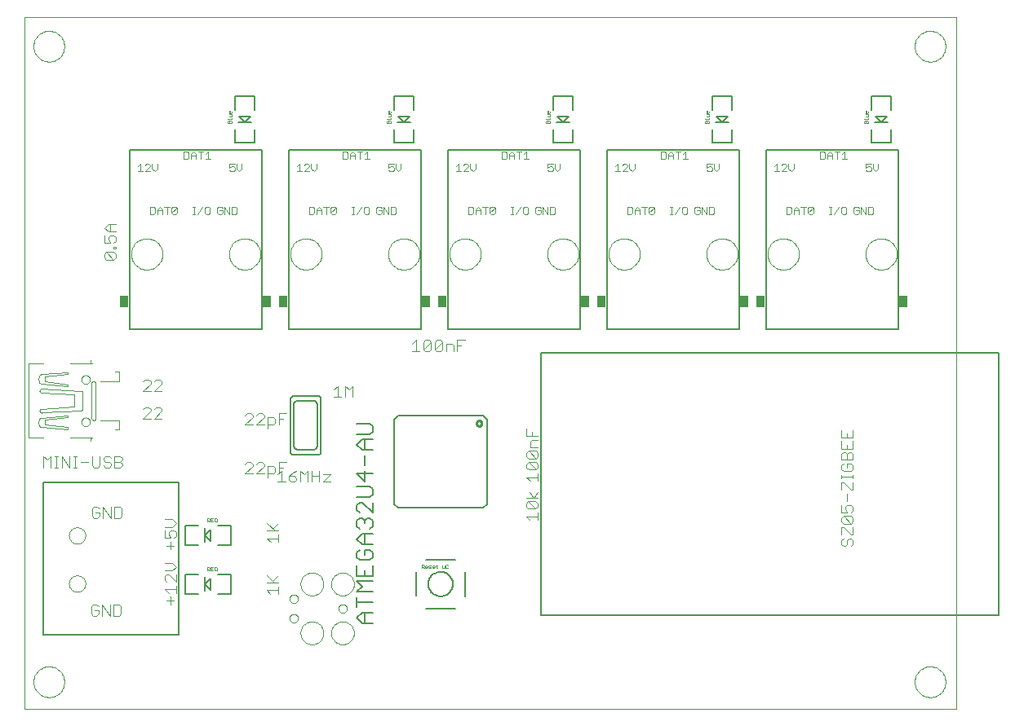
<source format=gto>
G75*
%MOIN*%
%OFA0B0*%
%FSLAX24Y24*%
%IPPOS*%
%LPD*%
%AMOC8*
5,1,8,0,0,1.08239X$1,22.5*
%
%ADD10C,0.0000*%
%ADD11C,0.0080*%
%ADD12C,0.0010*%
%ADD13R,0.0364X0.0450*%
%ADD14C,0.0050*%
%ADD15C,0.0040*%
%ADD16C,0.0100*%
%ADD17C,0.0060*%
D10*
X003100Y000100D02*
X003100Y028396D01*
X041170Y028396D01*
X041170Y000100D01*
X003100Y000100D01*
X003470Y001200D02*
X003472Y001250D01*
X003478Y001300D01*
X003488Y001349D01*
X003502Y001397D01*
X003519Y001444D01*
X003540Y001489D01*
X003565Y001533D01*
X003593Y001574D01*
X003625Y001613D01*
X003659Y001650D01*
X003696Y001684D01*
X003736Y001714D01*
X003778Y001741D01*
X003822Y001765D01*
X003868Y001786D01*
X003915Y001802D01*
X003963Y001815D01*
X004013Y001824D01*
X004062Y001829D01*
X004113Y001830D01*
X004163Y001827D01*
X004212Y001820D01*
X004261Y001809D01*
X004309Y001794D01*
X004355Y001776D01*
X004400Y001754D01*
X004443Y001728D01*
X004484Y001699D01*
X004523Y001667D01*
X004559Y001632D01*
X004591Y001594D01*
X004621Y001554D01*
X004648Y001511D01*
X004671Y001467D01*
X004690Y001421D01*
X004706Y001373D01*
X004718Y001324D01*
X004726Y001275D01*
X004730Y001225D01*
X004730Y001175D01*
X004726Y001125D01*
X004718Y001076D01*
X004706Y001027D01*
X004690Y000979D01*
X004671Y000933D01*
X004648Y000889D01*
X004621Y000846D01*
X004591Y000806D01*
X004559Y000768D01*
X004523Y000733D01*
X004484Y000701D01*
X004443Y000672D01*
X004400Y000646D01*
X004355Y000624D01*
X004309Y000606D01*
X004261Y000591D01*
X004212Y000580D01*
X004163Y000573D01*
X004113Y000570D01*
X004062Y000571D01*
X004013Y000576D01*
X003963Y000585D01*
X003915Y000598D01*
X003868Y000614D01*
X003822Y000635D01*
X003778Y000659D01*
X003736Y000686D01*
X003696Y000716D01*
X003659Y000750D01*
X003625Y000787D01*
X003593Y000826D01*
X003565Y000867D01*
X003540Y000911D01*
X003519Y000956D01*
X003502Y001003D01*
X003488Y001051D01*
X003478Y001100D01*
X003472Y001150D01*
X003470Y001200D01*
X004919Y005216D02*
X004921Y005252D01*
X004927Y005288D01*
X004937Y005323D01*
X004950Y005357D01*
X004967Y005389D01*
X004987Y005419D01*
X005011Y005446D01*
X005037Y005471D01*
X005066Y005493D01*
X005097Y005512D01*
X005130Y005527D01*
X005164Y005539D01*
X005200Y005547D01*
X005236Y005551D01*
X005272Y005551D01*
X005308Y005547D01*
X005344Y005539D01*
X005378Y005527D01*
X005411Y005512D01*
X005442Y005493D01*
X005471Y005471D01*
X005497Y005446D01*
X005521Y005419D01*
X005541Y005389D01*
X005558Y005357D01*
X005571Y005323D01*
X005581Y005288D01*
X005587Y005252D01*
X005589Y005216D01*
X005587Y005180D01*
X005581Y005144D01*
X005571Y005109D01*
X005558Y005075D01*
X005541Y005043D01*
X005521Y005013D01*
X005497Y004986D01*
X005471Y004961D01*
X005442Y004939D01*
X005411Y004920D01*
X005378Y004905D01*
X005344Y004893D01*
X005308Y004885D01*
X005272Y004881D01*
X005236Y004881D01*
X005200Y004885D01*
X005164Y004893D01*
X005130Y004905D01*
X005097Y004920D01*
X005066Y004939D01*
X005037Y004961D01*
X005011Y004986D01*
X004987Y005013D01*
X004967Y005043D01*
X004950Y005075D01*
X004937Y005109D01*
X004927Y005144D01*
X004921Y005180D01*
X004919Y005216D01*
X004919Y007184D02*
X004921Y007220D01*
X004927Y007256D01*
X004937Y007291D01*
X004950Y007325D01*
X004967Y007357D01*
X004987Y007387D01*
X005011Y007414D01*
X005037Y007439D01*
X005066Y007461D01*
X005097Y007480D01*
X005130Y007495D01*
X005164Y007507D01*
X005200Y007515D01*
X005236Y007519D01*
X005272Y007519D01*
X005308Y007515D01*
X005344Y007507D01*
X005378Y007495D01*
X005411Y007480D01*
X005442Y007461D01*
X005471Y007439D01*
X005497Y007414D01*
X005521Y007387D01*
X005541Y007357D01*
X005558Y007325D01*
X005571Y007291D01*
X005581Y007256D01*
X005587Y007220D01*
X005589Y007184D01*
X005587Y007148D01*
X005581Y007112D01*
X005571Y007077D01*
X005558Y007043D01*
X005541Y007011D01*
X005521Y006981D01*
X005497Y006954D01*
X005471Y006929D01*
X005442Y006907D01*
X005411Y006888D01*
X005378Y006873D01*
X005344Y006861D01*
X005308Y006853D01*
X005272Y006849D01*
X005236Y006849D01*
X005200Y006853D01*
X005164Y006861D01*
X005130Y006873D01*
X005097Y006888D01*
X005066Y006907D01*
X005037Y006929D01*
X005011Y006954D01*
X004987Y006981D01*
X004967Y007011D01*
X004950Y007043D01*
X004937Y007077D01*
X004927Y007112D01*
X004921Y007148D01*
X004919Y007184D01*
X005423Y011834D02*
X005425Y011860D01*
X005431Y011886D01*
X005441Y011911D01*
X005454Y011934D01*
X005470Y011954D01*
X005490Y011972D01*
X005512Y011987D01*
X005535Y011999D01*
X005561Y012007D01*
X005587Y012011D01*
X005613Y012011D01*
X005639Y012007D01*
X005665Y011999D01*
X005689Y011987D01*
X005710Y011972D01*
X005730Y011954D01*
X005746Y011934D01*
X005759Y011911D01*
X005769Y011886D01*
X005775Y011860D01*
X005777Y011834D01*
X005775Y011808D01*
X005769Y011782D01*
X005759Y011757D01*
X005746Y011734D01*
X005730Y011714D01*
X005710Y011696D01*
X005688Y011681D01*
X005665Y011669D01*
X005639Y011661D01*
X005613Y011657D01*
X005587Y011657D01*
X005561Y011661D01*
X005535Y011669D01*
X005511Y011681D01*
X005490Y011696D01*
X005470Y011714D01*
X005454Y011734D01*
X005441Y011757D01*
X005431Y011782D01*
X005425Y011808D01*
X005423Y011834D01*
X005423Y013566D02*
X005425Y013592D01*
X005431Y013618D01*
X005441Y013643D01*
X005454Y013666D01*
X005470Y013686D01*
X005490Y013704D01*
X005512Y013719D01*
X005535Y013731D01*
X005561Y013739D01*
X005587Y013743D01*
X005613Y013743D01*
X005639Y013739D01*
X005665Y013731D01*
X005689Y013719D01*
X005710Y013704D01*
X005730Y013686D01*
X005746Y013666D01*
X005759Y013643D01*
X005769Y013618D01*
X005775Y013592D01*
X005777Y013566D01*
X005775Y013540D01*
X005769Y013514D01*
X005759Y013489D01*
X005746Y013466D01*
X005730Y013446D01*
X005710Y013428D01*
X005688Y013413D01*
X005665Y013401D01*
X005639Y013393D01*
X005613Y013389D01*
X005587Y013389D01*
X005561Y013393D01*
X005535Y013401D01*
X005511Y013413D01*
X005490Y013428D01*
X005470Y013446D01*
X005454Y013466D01*
X005441Y013489D01*
X005431Y013514D01*
X005425Y013540D01*
X005423Y013566D01*
X007460Y018700D02*
X007462Y018750D01*
X007468Y018800D01*
X007478Y018849D01*
X007491Y018898D01*
X007509Y018945D01*
X007530Y018991D01*
X007554Y019034D01*
X007582Y019076D01*
X007613Y019116D01*
X007647Y019153D01*
X007684Y019187D01*
X007724Y019218D01*
X007766Y019246D01*
X007809Y019270D01*
X007855Y019291D01*
X007902Y019309D01*
X007951Y019322D01*
X008000Y019332D01*
X008050Y019338D01*
X008100Y019340D01*
X008150Y019338D01*
X008200Y019332D01*
X008249Y019322D01*
X008298Y019309D01*
X008345Y019291D01*
X008391Y019270D01*
X008434Y019246D01*
X008476Y019218D01*
X008516Y019187D01*
X008553Y019153D01*
X008587Y019116D01*
X008618Y019076D01*
X008646Y019034D01*
X008670Y018991D01*
X008691Y018945D01*
X008709Y018898D01*
X008722Y018849D01*
X008732Y018800D01*
X008738Y018750D01*
X008740Y018700D01*
X008738Y018650D01*
X008732Y018600D01*
X008722Y018551D01*
X008709Y018502D01*
X008691Y018455D01*
X008670Y018409D01*
X008646Y018366D01*
X008618Y018324D01*
X008587Y018284D01*
X008553Y018247D01*
X008516Y018213D01*
X008476Y018182D01*
X008434Y018154D01*
X008391Y018130D01*
X008345Y018109D01*
X008298Y018091D01*
X008249Y018078D01*
X008200Y018068D01*
X008150Y018062D01*
X008100Y018060D01*
X008050Y018062D01*
X008000Y018068D01*
X007951Y018078D01*
X007902Y018091D01*
X007855Y018109D01*
X007809Y018130D01*
X007766Y018154D01*
X007724Y018182D01*
X007684Y018213D01*
X007647Y018247D01*
X007613Y018284D01*
X007582Y018324D01*
X007554Y018366D01*
X007530Y018409D01*
X007509Y018455D01*
X007491Y018502D01*
X007478Y018551D01*
X007468Y018600D01*
X007462Y018650D01*
X007460Y018700D01*
X011460Y018700D02*
X011462Y018750D01*
X011468Y018800D01*
X011478Y018849D01*
X011491Y018898D01*
X011509Y018945D01*
X011530Y018991D01*
X011554Y019034D01*
X011582Y019076D01*
X011613Y019116D01*
X011647Y019153D01*
X011684Y019187D01*
X011724Y019218D01*
X011766Y019246D01*
X011809Y019270D01*
X011855Y019291D01*
X011902Y019309D01*
X011951Y019322D01*
X012000Y019332D01*
X012050Y019338D01*
X012100Y019340D01*
X012150Y019338D01*
X012200Y019332D01*
X012249Y019322D01*
X012298Y019309D01*
X012345Y019291D01*
X012391Y019270D01*
X012434Y019246D01*
X012476Y019218D01*
X012516Y019187D01*
X012553Y019153D01*
X012587Y019116D01*
X012618Y019076D01*
X012646Y019034D01*
X012670Y018991D01*
X012691Y018945D01*
X012709Y018898D01*
X012722Y018849D01*
X012732Y018800D01*
X012738Y018750D01*
X012740Y018700D01*
X012738Y018650D01*
X012732Y018600D01*
X012722Y018551D01*
X012709Y018502D01*
X012691Y018455D01*
X012670Y018409D01*
X012646Y018366D01*
X012618Y018324D01*
X012587Y018284D01*
X012553Y018247D01*
X012516Y018213D01*
X012476Y018182D01*
X012434Y018154D01*
X012391Y018130D01*
X012345Y018109D01*
X012298Y018091D01*
X012249Y018078D01*
X012200Y018068D01*
X012150Y018062D01*
X012100Y018060D01*
X012050Y018062D01*
X012000Y018068D01*
X011951Y018078D01*
X011902Y018091D01*
X011855Y018109D01*
X011809Y018130D01*
X011766Y018154D01*
X011724Y018182D01*
X011684Y018213D01*
X011647Y018247D01*
X011613Y018284D01*
X011582Y018324D01*
X011554Y018366D01*
X011530Y018409D01*
X011509Y018455D01*
X011491Y018502D01*
X011478Y018551D01*
X011468Y018600D01*
X011462Y018650D01*
X011460Y018700D01*
X013960Y018700D02*
X013962Y018750D01*
X013968Y018800D01*
X013978Y018849D01*
X013991Y018898D01*
X014009Y018945D01*
X014030Y018991D01*
X014054Y019034D01*
X014082Y019076D01*
X014113Y019116D01*
X014147Y019153D01*
X014184Y019187D01*
X014224Y019218D01*
X014266Y019246D01*
X014309Y019270D01*
X014355Y019291D01*
X014402Y019309D01*
X014451Y019322D01*
X014500Y019332D01*
X014550Y019338D01*
X014600Y019340D01*
X014650Y019338D01*
X014700Y019332D01*
X014749Y019322D01*
X014798Y019309D01*
X014845Y019291D01*
X014891Y019270D01*
X014934Y019246D01*
X014976Y019218D01*
X015016Y019187D01*
X015053Y019153D01*
X015087Y019116D01*
X015118Y019076D01*
X015146Y019034D01*
X015170Y018991D01*
X015191Y018945D01*
X015209Y018898D01*
X015222Y018849D01*
X015232Y018800D01*
X015238Y018750D01*
X015240Y018700D01*
X015238Y018650D01*
X015232Y018600D01*
X015222Y018551D01*
X015209Y018502D01*
X015191Y018455D01*
X015170Y018409D01*
X015146Y018366D01*
X015118Y018324D01*
X015087Y018284D01*
X015053Y018247D01*
X015016Y018213D01*
X014976Y018182D01*
X014934Y018154D01*
X014891Y018130D01*
X014845Y018109D01*
X014798Y018091D01*
X014749Y018078D01*
X014700Y018068D01*
X014650Y018062D01*
X014600Y018060D01*
X014550Y018062D01*
X014500Y018068D01*
X014451Y018078D01*
X014402Y018091D01*
X014355Y018109D01*
X014309Y018130D01*
X014266Y018154D01*
X014224Y018182D01*
X014184Y018213D01*
X014147Y018247D01*
X014113Y018284D01*
X014082Y018324D01*
X014054Y018366D01*
X014030Y018409D01*
X014009Y018455D01*
X013991Y018502D01*
X013978Y018551D01*
X013968Y018600D01*
X013962Y018650D01*
X013960Y018700D01*
X017960Y018700D02*
X017962Y018750D01*
X017968Y018800D01*
X017978Y018849D01*
X017991Y018898D01*
X018009Y018945D01*
X018030Y018991D01*
X018054Y019034D01*
X018082Y019076D01*
X018113Y019116D01*
X018147Y019153D01*
X018184Y019187D01*
X018224Y019218D01*
X018266Y019246D01*
X018309Y019270D01*
X018355Y019291D01*
X018402Y019309D01*
X018451Y019322D01*
X018500Y019332D01*
X018550Y019338D01*
X018600Y019340D01*
X018650Y019338D01*
X018700Y019332D01*
X018749Y019322D01*
X018798Y019309D01*
X018845Y019291D01*
X018891Y019270D01*
X018934Y019246D01*
X018976Y019218D01*
X019016Y019187D01*
X019053Y019153D01*
X019087Y019116D01*
X019118Y019076D01*
X019146Y019034D01*
X019170Y018991D01*
X019191Y018945D01*
X019209Y018898D01*
X019222Y018849D01*
X019232Y018800D01*
X019238Y018750D01*
X019240Y018700D01*
X019238Y018650D01*
X019232Y018600D01*
X019222Y018551D01*
X019209Y018502D01*
X019191Y018455D01*
X019170Y018409D01*
X019146Y018366D01*
X019118Y018324D01*
X019087Y018284D01*
X019053Y018247D01*
X019016Y018213D01*
X018976Y018182D01*
X018934Y018154D01*
X018891Y018130D01*
X018845Y018109D01*
X018798Y018091D01*
X018749Y018078D01*
X018700Y018068D01*
X018650Y018062D01*
X018600Y018060D01*
X018550Y018062D01*
X018500Y018068D01*
X018451Y018078D01*
X018402Y018091D01*
X018355Y018109D01*
X018309Y018130D01*
X018266Y018154D01*
X018224Y018182D01*
X018184Y018213D01*
X018147Y018247D01*
X018113Y018284D01*
X018082Y018324D01*
X018054Y018366D01*
X018030Y018409D01*
X018009Y018455D01*
X017991Y018502D01*
X017978Y018551D01*
X017968Y018600D01*
X017962Y018650D01*
X017960Y018700D01*
X020460Y018700D02*
X020462Y018750D01*
X020468Y018800D01*
X020478Y018849D01*
X020491Y018898D01*
X020509Y018945D01*
X020530Y018991D01*
X020554Y019034D01*
X020582Y019076D01*
X020613Y019116D01*
X020647Y019153D01*
X020684Y019187D01*
X020724Y019218D01*
X020766Y019246D01*
X020809Y019270D01*
X020855Y019291D01*
X020902Y019309D01*
X020951Y019322D01*
X021000Y019332D01*
X021050Y019338D01*
X021100Y019340D01*
X021150Y019338D01*
X021200Y019332D01*
X021249Y019322D01*
X021298Y019309D01*
X021345Y019291D01*
X021391Y019270D01*
X021434Y019246D01*
X021476Y019218D01*
X021516Y019187D01*
X021553Y019153D01*
X021587Y019116D01*
X021618Y019076D01*
X021646Y019034D01*
X021670Y018991D01*
X021691Y018945D01*
X021709Y018898D01*
X021722Y018849D01*
X021732Y018800D01*
X021738Y018750D01*
X021740Y018700D01*
X021738Y018650D01*
X021732Y018600D01*
X021722Y018551D01*
X021709Y018502D01*
X021691Y018455D01*
X021670Y018409D01*
X021646Y018366D01*
X021618Y018324D01*
X021587Y018284D01*
X021553Y018247D01*
X021516Y018213D01*
X021476Y018182D01*
X021434Y018154D01*
X021391Y018130D01*
X021345Y018109D01*
X021298Y018091D01*
X021249Y018078D01*
X021200Y018068D01*
X021150Y018062D01*
X021100Y018060D01*
X021050Y018062D01*
X021000Y018068D01*
X020951Y018078D01*
X020902Y018091D01*
X020855Y018109D01*
X020809Y018130D01*
X020766Y018154D01*
X020724Y018182D01*
X020684Y018213D01*
X020647Y018247D01*
X020613Y018284D01*
X020582Y018324D01*
X020554Y018366D01*
X020530Y018409D01*
X020509Y018455D01*
X020491Y018502D01*
X020478Y018551D01*
X020468Y018600D01*
X020462Y018650D01*
X020460Y018700D01*
X024460Y018700D02*
X024462Y018750D01*
X024468Y018800D01*
X024478Y018849D01*
X024491Y018898D01*
X024509Y018945D01*
X024530Y018991D01*
X024554Y019034D01*
X024582Y019076D01*
X024613Y019116D01*
X024647Y019153D01*
X024684Y019187D01*
X024724Y019218D01*
X024766Y019246D01*
X024809Y019270D01*
X024855Y019291D01*
X024902Y019309D01*
X024951Y019322D01*
X025000Y019332D01*
X025050Y019338D01*
X025100Y019340D01*
X025150Y019338D01*
X025200Y019332D01*
X025249Y019322D01*
X025298Y019309D01*
X025345Y019291D01*
X025391Y019270D01*
X025434Y019246D01*
X025476Y019218D01*
X025516Y019187D01*
X025553Y019153D01*
X025587Y019116D01*
X025618Y019076D01*
X025646Y019034D01*
X025670Y018991D01*
X025691Y018945D01*
X025709Y018898D01*
X025722Y018849D01*
X025732Y018800D01*
X025738Y018750D01*
X025740Y018700D01*
X025738Y018650D01*
X025732Y018600D01*
X025722Y018551D01*
X025709Y018502D01*
X025691Y018455D01*
X025670Y018409D01*
X025646Y018366D01*
X025618Y018324D01*
X025587Y018284D01*
X025553Y018247D01*
X025516Y018213D01*
X025476Y018182D01*
X025434Y018154D01*
X025391Y018130D01*
X025345Y018109D01*
X025298Y018091D01*
X025249Y018078D01*
X025200Y018068D01*
X025150Y018062D01*
X025100Y018060D01*
X025050Y018062D01*
X025000Y018068D01*
X024951Y018078D01*
X024902Y018091D01*
X024855Y018109D01*
X024809Y018130D01*
X024766Y018154D01*
X024724Y018182D01*
X024684Y018213D01*
X024647Y018247D01*
X024613Y018284D01*
X024582Y018324D01*
X024554Y018366D01*
X024530Y018409D01*
X024509Y018455D01*
X024491Y018502D01*
X024478Y018551D01*
X024468Y018600D01*
X024462Y018650D01*
X024460Y018700D01*
X026960Y018700D02*
X026962Y018750D01*
X026968Y018800D01*
X026978Y018849D01*
X026991Y018898D01*
X027009Y018945D01*
X027030Y018991D01*
X027054Y019034D01*
X027082Y019076D01*
X027113Y019116D01*
X027147Y019153D01*
X027184Y019187D01*
X027224Y019218D01*
X027266Y019246D01*
X027309Y019270D01*
X027355Y019291D01*
X027402Y019309D01*
X027451Y019322D01*
X027500Y019332D01*
X027550Y019338D01*
X027600Y019340D01*
X027650Y019338D01*
X027700Y019332D01*
X027749Y019322D01*
X027798Y019309D01*
X027845Y019291D01*
X027891Y019270D01*
X027934Y019246D01*
X027976Y019218D01*
X028016Y019187D01*
X028053Y019153D01*
X028087Y019116D01*
X028118Y019076D01*
X028146Y019034D01*
X028170Y018991D01*
X028191Y018945D01*
X028209Y018898D01*
X028222Y018849D01*
X028232Y018800D01*
X028238Y018750D01*
X028240Y018700D01*
X028238Y018650D01*
X028232Y018600D01*
X028222Y018551D01*
X028209Y018502D01*
X028191Y018455D01*
X028170Y018409D01*
X028146Y018366D01*
X028118Y018324D01*
X028087Y018284D01*
X028053Y018247D01*
X028016Y018213D01*
X027976Y018182D01*
X027934Y018154D01*
X027891Y018130D01*
X027845Y018109D01*
X027798Y018091D01*
X027749Y018078D01*
X027700Y018068D01*
X027650Y018062D01*
X027600Y018060D01*
X027550Y018062D01*
X027500Y018068D01*
X027451Y018078D01*
X027402Y018091D01*
X027355Y018109D01*
X027309Y018130D01*
X027266Y018154D01*
X027224Y018182D01*
X027184Y018213D01*
X027147Y018247D01*
X027113Y018284D01*
X027082Y018324D01*
X027054Y018366D01*
X027030Y018409D01*
X027009Y018455D01*
X026991Y018502D01*
X026978Y018551D01*
X026968Y018600D01*
X026962Y018650D01*
X026960Y018700D01*
X030960Y018700D02*
X030962Y018750D01*
X030968Y018800D01*
X030978Y018849D01*
X030991Y018898D01*
X031009Y018945D01*
X031030Y018991D01*
X031054Y019034D01*
X031082Y019076D01*
X031113Y019116D01*
X031147Y019153D01*
X031184Y019187D01*
X031224Y019218D01*
X031266Y019246D01*
X031309Y019270D01*
X031355Y019291D01*
X031402Y019309D01*
X031451Y019322D01*
X031500Y019332D01*
X031550Y019338D01*
X031600Y019340D01*
X031650Y019338D01*
X031700Y019332D01*
X031749Y019322D01*
X031798Y019309D01*
X031845Y019291D01*
X031891Y019270D01*
X031934Y019246D01*
X031976Y019218D01*
X032016Y019187D01*
X032053Y019153D01*
X032087Y019116D01*
X032118Y019076D01*
X032146Y019034D01*
X032170Y018991D01*
X032191Y018945D01*
X032209Y018898D01*
X032222Y018849D01*
X032232Y018800D01*
X032238Y018750D01*
X032240Y018700D01*
X032238Y018650D01*
X032232Y018600D01*
X032222Y018551D01*
X032209Y018502D01*
X032191Y018455D01*
X032170Y018409D01*
X032146Y018366D01*
X032118Y018324D01*
X032087Y018284D01*
X032053Y018247D01*
X032016Y018213D01*
X031976Y018182D01*
X031934Y018154D01*
X031891Y018130D01*
X031845Y018109D01*
X031798Y018091D01*
X031749Y018078D01*
X031700Y018068D01*
X031650Y018062D01*
X031600Y018060D01*
X031550Y018062D01*
X031500Y018068D01*
X031451Y018078D01*
X031402Y018091D01*
X031355Y018109D01*
X031309Y018130D01*
X031266Y018154D01*
X031224Y018182D01*
X031184Y018213D01*
X031147Y018247D01*
X031113Y018284D01*
X031082Y018324D01*
X031054Y018366D01*
X031030Y018409D01*
X031009Y018455D01*
X030991Y018502D01*
X030978Y018551D01*
X030968Y018600D01*
X030962Y018650D01*
X030960Y018700D01*
X033460Y018700D02*
X033462Y018750D01*
X033468Y018800D01*
X033478Y018849D01*
X033491Y018898D01*
X033509Y018945D01*
X033530Y018991D01*
X033554Y019034D01*
X033582Y019076D01*
X033613Y019116D01*
X033647Y019153D01*
X033684Y019187D01*
X033724Y019218D01*
X033766Y019246D01*
X033809Y019270D01*
X033855Y019291D01*
X033902Y019309D01*
X033951Y019322D01*
X034000Y019332D01*
X034050Y019338D01*
X034100Y019340D01*
X034150Y019338D01*
X034200Y019332D01*
X034249Y019322D01*
X034298Y019309D01*
X034345Y019291D01*
X034391Y019270D01*
X034434Y019246D01*
X034476Y019218D01*
X034516Y019187D01*
X034553Y019153D01*
X034587Y019116D01*
X034618Y019076D01*
X034646Y019034D01*
X034670Y018991D01*
X034691Y018945D01*
X034709Y018898D01*
X034722Y018849D01*
X034732Y018800D01*
X034738Y018750D01*
X034740Y018700D01*
X034738Y018650D01*
X034732Y018600D01*
X034722Y018551D01*
X034709Y018502D01*
X034691Y018455D01*
X034670Y018409D01*
X034646Y018366D01*
X034618Y018324D01*
X034587Y018284D01*
X034553Y018247D01*
X034516Y018213D01*
X034476Y018182D01*
X034434Y018154D01*
X034391Y018130D01*
X034345Y018109D01*
X034298Y018091D01*
X034249Y018078D01*
X034200Y018068D01*
X034150Y018062D01*
X034100Y018060D01*
X034050Y018062D01*
X034000Y018068D01*
X033951Y018078D01*
X033902Y018091D01*
X033855Y018109D01*
X033809Y018130D01*
X033766Y018154D01*
X033724Y018182D01*
X033684Y018213D01*
X033647Y018247D01*
X033613Y018284D01*
X033582Y018324D01*
X033554Y018366D01*
X033530Y018409D01*
X033509Y018455D01*
X033491Y018502D01*
X033478Y018551D01*
X033468Y018600D01*
X033462Y018650D01*
X033460Y018700D01*
X037460Y018700D02*
X037462Y018750D01*
X037468Y018800D01*
X037478Y018849D01*
X037491Y018898D01*
X037509Y018945D01*
X037530Y018991D01*
X037554Y019034D01*
X037582Y019076D01*
X037613Y019116D01*
X037647Y019153D01*
X037684Y019187D01*
X037724Y019218D01*
X037766Y019246D01*
X037809Y019270D01*
X037855Y019291D01*
X037902Y019309D01*
X037951Y019322D01*
X038000Y019332D01*
X038050Y019338D01*
X038100Y019340D01*
X038150Y019338D01*
X038200Y019332D01*
X038249Y019322D01*
X038298Y019309D01*
X038345Y019291D01*
X038391Y019270D01*
X038434Y019246D01*
X038476Y019218D01*
X038516Y019187D01*
X038553Y019153D01*
X038587Y019116D01*
X038618Y019076D01*
X038646Y019034D01*
X038670Y018991D01*
X038691Y018945D01*
X038709Y018898D01*
X038722Y018849D01*
X038732Y018800D01*
X038738Y018750D01*
X038740Y018700D01*
X038738Y018650D01*
X038732Y018600D01*
X038722Y018551D01*
X038709Y018502D01*
X038691Y018455D01*
X038670Y018409D01*
X038646Y018366D01*
X038618Y018324D01*
X038587Y018284D01*
X038553Y018247D01*
X038516Y018213D01*
X038476Y018182D01*
X038434Y018154D01*
X038391Y018130D01*
X038345Y018109D01*
X038298Y018091D01*
X038249Y018078D01*
X038200Y018068D01*
X038150Y018062D01*
X038100Y018060D01*
X038050Y018062D01*
X038000Y018068D01*
X037951Y018078D01*
X037902Y018091D01*
X037855Y018109D01*
X037809Y018130D01*
X037766Y018154D01*
X037724Y018182D01*
X037684Y018213D01*
X037647Y018247D01*
X037613Y018284D01*
X037582Y018324D01*
X037554Y018366D01*
X037530Y018409D01*
X037509Y018455D01*
X037491Y018502D01*
X037478Y018551D01*
X037468Y018600D01*
X037462Y018650D01*
X037460Y018700D01*
X039470Y027200D02*
X039472Y027250D01*
X039478Y027300D01*
X039488Y027349D01*
X039502Y027397D01*
X039519Y027444D01*
X039540Y027489D01*
X039565Y027533D01*
X039593Y027574D01*
X039625Y027613D01*
X039659Y027650D01*
X039696Y027684D01*
X039736Y027714D01*
X039778Y027741D01*
X039822Y027765D01*
X039868Y027786D01*
X039915Y027802D01*
X039963Y027815D01*
X040013Y027824D01*
X040062Y027829D01*
X040113Y027830D01*
X040163Y027827D01*
X040212Y027820D01*
X040261Y027809D01*
X040309Y027794D01*
X040355Y027776D01*
X040400Y027754D01*
X040443Y027728D01*
X040484Y027699D01*
X040523Y027667D01*
X040559Y027632D01*
X040591Y027594D01*
X040621Y027554D01*
X040648Y027511D01*
X040671Y027467D01*
X040690Y027421D01*
X040706Y027373D01*
X040718Y027324D01*
X040726Y027275D01*
X040730Y027225D01*
X040730Y027175D01*
X040726Y027125D01*
X040718Y027076D01*
X040706Y027027D01*
X040690Y026979D01*
X040671Y026933D01*
X040648Y026889D01*
X040621Y026846D01*
X040591Y026806D01*
X040559Y026768D01*
X040523Y026733D01*
X040484Y026701D01*
X040443Y026672D01*
X040400Y026646D01*
X040355Y026624D01*
X040309Y026606D01*
X040261Y026591D01*
X040212Y026580D01*
X040163Y026573D01*
X040113Y026570D01*
X040062Y026571D01*
X040013Y026576D01*
X039963Y026585D01*
X039915Y026598D01*
X039868Y026614D01*
X039822Y026635D01*
X039778Y026659D01*
X039736Y026686D01*
X039696Y026716D01*
X039659Y026750D01*
X039625Y026787D01*
X039593Y026826D01*
X039565Y026867D01*
X039540Y026911D01*
X039519Y026956D01*
X039502Y027003D01*
X039488Y027051D01*
X039478Y027100D01*
X039472Y027150D01*
X039470Y027200D01*
X015633Y005200D02*
X015635Y005243D01*
X015641Y005286D01*
X015651Y005328D01*
X015665Y005369D01*
X015682Y005408D01*
X015703Y005446D01*
X015727Y005481D01*
X015755Y005515D01*
X015785Y005545D01*
X015819Y005573D01*
X015854Y005597D01*
X015892Y005618D01*
X015931Y005635D01*
X015972Y005649D01*
X016014Y005659D01*
X016057Y005665D01*
X016100Y005667D01*
X016143Y005665D01*
X016186Y005659D01*
X016228Y005649D01*
X016269Y005635D01*
X016308Y005618D01*
X016346Y005597D01*
X016381Y005573D01*
X016415Y005545D01*
X016445Y005515D01*
X016473Y005481D01*
X016497Y005446D01*
X016518Y005408D01*
X016535Y005369D01*
X016549Y005328D01*
X016559Y005286D01*
X016565Y005243D01*
X016567Y005200D01*
X016565Y005157D01*
X016559Y005114D01*
X016549Y005072D01*
X016535Y005031D01*
X016518Y004992D01*
X016497Y004954D01*
X016473Y004919D01*
X016445Y004885D01*
X016415Y004855D01*
X016381Y004827D01*
X016346Y004803D01*
X016308Y004782D01*
X016269Y004765D01*
X016228Y004751D01*
X016186Y004741D01*
X016143Y004735D01*
X016100Y004733D01*
X016057Y004735D01*
X016014Y004741D01*
X015972Y004751D01*
X015931Y004765D01*
X015892Y004782D01*
X015854Y004803D01*
X015819Y004827D01*
X015785Y004855D01*
X015755Y004885D01*
X015727Y004919D01*
X015703Y004954D01*
X015682Y004992D01*
X015665Y005031D01*
X015651Y005072D01*
X015641Y005114D01*
X015635Y005157D01*
X015633Y005200D01*
X014383Y005200D02*
X014385Y005243D01*
X014391Y005286D01*
X014401Y005328D01*
X014415Y005369D01*
X014432Y005408D01*
X014453Y005446D01*
X014477Y005481D01*
X014505Y005515D01*
X014535Y005545D01*
X014569Y005573D01*
X014604Y005597D01*
X014642Y005618D01*
X014681Y005635D01*
X014722Y005649D01*
X014764Y005659D01*
X014807Y005665D01*
X014850Y005667D01*
X014893Y005665D01*
X014936Y005659D01*
X014978Y005649D01*
X015019Y005635D01*
X015058Y005618D01*
X015096Y005597D01*
X015131Y005573D01*
X015165Y005545D01*
X015195Y005515D01*
X015223Y005481D01*
X015247Y005446D01*
X015268Y005408D01*
X015285Y005369D01*
X015299Y005328D01*
X015309Y005286D01*
X015315Y005243D01*
X015317Y005200D01*
X015315Y005157D01*
X015309Y005114D01*
X015299Y005072D01*
X015285Y005031D01*
X015268Y004992D01*
X015247Y004954D01*
X015223Y004919D01*
X015195Y004885D01*
X015165Y004855D01*
X015131Y004827D01*
X015096Y004803D01*
X015058Y004782D01*
X015019Y004765D01*
X014978Y004751D01*
X014936Y004741D01*
X014893Y004735D01*
X014850Y004733D01*
X014807Y004735D01*
X014764Y004741D01*
X014722Y004751D01*
X014681Y004765D01*
X014642Y004782D01*
X014604Y004803D01*
X014569Y004827D01*
X014535Y004855D01*
X014505Y004885D01*
X014477Y004919D01*
X014453Y004954D01*
X014432Y004992D01*
X014415Y005031D01*
X014401Y005072D01*
X014391Y005114D01*
X014385Y005157D01*
X014383Y005200D01*
X013925Y004600D02*
X013927Y004626D01*
X013933Y004652D01*
X013942Y004676D01*
X013955Y004699D01*
X013972Y004719D01*
X013991Y004737D01*
X014013Y004752D01*
X014036Y004763D01*
X014061Y004771D01*
X014087Y004775D01*
X014113Y004775D01*
X014139Y004771D01*
X014164Y004763D01*
X014188Y004752D01*
X014209Y004737D01*
X014228Y004719D01*
X014245Y004699D01*
X014258Y004676D01*
X014267Y004652D01*
X014273Y004626D01*
X014275Y004600D01*
X014273Y004574D01*
X014267Y004548D01*
X014258Y004524D01*
X014245Y004501D01*
X014228Y004481D01*
X014209Y004463D01*
X014187Y004448D01*
X014164Y004437D01*
X014139Y004429D01*
X014113Y004425D01*
X014087Y004425D01*
X014061Y004429D01*
X014036Y004437D01*
X014012Y004448D01*
X013991Y004463D01*
X013972Y004481D01*
X013955Y004501D01*
X013942Y004524D01*
X013933Y004548D01*
X013927Y004574D01*
X013925Y004600D01*
X013925Y003800D02*
X013927Y003826D01*
X013933Y003852D01*
X013942Y003876D01*
X013955Y003899D01*
X013972Y003919D01*
X013991Y003937D01*
X014013Y003952D01*
X014036Y003963D01*
X014061Y003971D01*
X014087Y003975D01*
X014113Y003975D01*
X014139Y003971D01*
X014164Y003963D01*
X014188Y003952D01*
X014209Y003937D01*
X014228Y003919D01*
X014245Y003899D01*
X014258Y003876D01*
X014267Y003852D01*
X014273Y003826D01*
X014275Y003800D01*
X014273Y003774D01*
X014267Y003748D01*
X014258Y003724D01*
X014245Y003701D01*
X014228Y003681D01*
X014209Y003663D01*
X014187Y003648D01*
X014164Y003637D01*
X014139Y003629D01*
X014113Y003625D01*
X014087Y003625D01*
X014061Y003629D01*
X014036Y003637D01*
X014012Y003648D01*
X013991Y003663D01*
X013972Y003681D01*
X013955Y003701D01*
X013942Y003724D01*
X013933Y003748D01*
X013927Y003774D01*
X013925Y003800D01*
X014383Y003200D02*
X014385Y003243D01*
X014391Y003286D01*
X014401Y003328D01*
X014415Y003369D01*
X014432Y003408D01*
X014453Y003446D01*
X014477Y003481D01*
X014505Y003515D01*
X014535Y003545D01*
X014569Y003573D01*
X014604Y003597D01*
X014642Y003618D01*
X014681Y003635D01*
X014722Y003649D01*
X014764Y003659D01*
X014807Y003665D01*
X014850Y003667D01*
X014893Y003665D01*
X014936Y003659D01*
X014978Y003649D01*
X015019Y003635D01*
X015058Y003618D01*
X015096Y003597D01*
X015131Y003573D01*
X015165Y003545D01*
X015195Y003515D01*
X015223Y003481D01*
X015247Y003446D01*
X015268Y003408D01*
X015285Y003369D01*
X015299Y003328D01*
X015309Y003286D01*
X015315Y003243D01*
X015317Y003200D01*
X015315Y003157D01*
X015309Y003114D01*
X015299Y003072D01*
X015285Y003031D01*
X015268Y002992D01*
X015247Y002954D01*
X015223Y002919D01*
X015195Y002885D01*
X015165Y002855D01*
X015131Y002827D01*
X015096Y002803D01*
X015058Y002782D01*
X015019Y002765D01*
X014978Y002751D01*
X014936Y002741D01*
X014893Y002735D01*
X014850Y002733D01*
X014807Y002735D01*
X014764Y002741D01*
X014722Y002751D01*
X014681Y002765D01*
X014642Y002782D01*
X014604Y002803D01*
X014569Y002827D01*
X014535Y002855D01*
X014505Y002885D01*
X014477Y002919D01*
X014453Y002954D01*
X014432Y002992D01*
X014415Y003031D01*
X014401Y003072D01*
X014391Y003114D01*
X014385Y003157D01*
X014383Y003200D01*
X015633Y003200D02*
X015635Y003243D01*
X015641Y003286D01*
X015651Y003328D01*
X015665Y003369D01*
X015682Y003408D01*
X015703Y003446D01*
X015727Y003481D01*
X015755Y003515D01*
X015785Y003545D01*
X015819Y003573D01*
X015854Y003597D01*
X015892Y003618D01*
X015931Y003635D01*
X015972Y003649D01*
X016014Y003659D01*
X016057Y003665D01*
X016100Y003667D01*
X016143Y003665D01*
X016186Y003659D01*
X016228Y003649D01*
X016269Y003635D01*
X016308Y003618D01*
X016346Y003597D01*
X016381Y003573D01*
X016415Y003545D01*
X016445Y003515D01*
X016473Y003481D01*
X016497Y003446D01*
X016518Y003408D01*
X016535Y003369D01*
X016549Y003328D01*
X016559Y003286D01*
X016565Y003243D01*
X016567Y003200D01*
X016565Y003157D01*
X016559Y003114D01*
X016549Y003072D01*
X016535Y003031D01*
X016518Y002992D01*
X016497Y002954D01*
X016473Y002919D01*
X016445Y002885D01*
X016415Y002855D01*
X016381Y002827D01*
X016346Y002803D01*
X016308Y002782D01*
X016269Y002765D01*
X016228Y002751D01*
X016186Y002741D01*
X016143Y002735D01*
X016100Y002733D01*
X016057Y002735D01*
X016014Y002741D01*
X015972Y002751D01*
X015931Y002765D01*
X015892Y002782D01*
X015854Y002803D01*
X015819Y002827D01*
X015785Y002855D01*
X015755Y002885D01*
X015727Y002919D01*
X015703Y002954D01*
X015682Y002992D01*
X015665Y003031D01*
X015651Y003072D01*
X015641Y003114D01*
X015635Y003157D01*
X015633Y003200D01*
X015925Y004200D02*
X015927Y004226D01*
X015933Y004252D01*
X015942Y004276D01*
X015955Y004299D01*
X015972Y004319D01*
X015991Y004337D01*
X016013Y004352D01*
X016036Y004363D01*
X016061Y004371D01*
X016087Y004375D01*
X016113Y004375D01*
X016139Y004371D01*
X016164Y004363D01*
X016188Y004352D01*
X016209Y004337D01*
X016228Y004319D01*
X016245Y004299D01*
X016258Y004276D01*
X016267Y004252D01*
X016273Y004226D01*
X016275Y004200D01*
X016273Y004174D01*
X016267Y004148D01*
X016258Y004124D01*
X016245Y004101D01*
X016228Y004081D01*
X016209Y004063D01*
X016187Y004048D01*
X016164Y004037D01*
X016139Y004029D01*
X016113Y004025D01*
X016087Y004025D01*
X016061Y004029D01*
X016036Y004037D01*
X016012Y004048D01*
X015991Y004063D01*
X015972Y004081D01*
X015955Y004101D01*
X015942Y004124D01*
X015933Y004148D01*
X015927Y004174D01*
X015925Y004200D01*
X039470Y001200D02*
X039472Y001250D01*
X039478Y001300D01*
X039488Y001349D01*
X039502Y001397D01*
X039519Y001444D01*
X039540Y001489D01*
X039565Y001533D01*
X039593Y001574D01*
X039625Y001613D01*
X039659Y001650D01*
X039696Y001684D01*
X039736Y001714D01*
X039778Y001741D01*
X039822Y001765D01*
X039868Y001786D01*
X039915Y001802D01*
X039963Y001815D01*
X040013Y001824D01*
X040062Y001829D01*
X040113Y001830D01*
X040163Y001827D01*
X040212Y001820D01*
X040261Y001809D01*
X040309Y001794D01*
X040355Y001776D01*
X040400Y001754D01*
X040443Y001728D01*
X040484Y001699D01*
X040523Y001667D01*
X040559Y001632D01*
X040591Y001594D01*
X040621Y001554D01*
X040648Y001511D01*
X040671Y001467D01*
X040690Y001421D01*
X040706Y001373D01*
X040718Y001324D01*
X040726Y001275D01*
X040730Y001225D01*
X040730Y001175D01*
X040726Y001125D01*
X040718Y001076D01*
X040706Y001027D01*
X040690Y000979D01*
X040671Y000933D01*
X040648Y000889D01*
X040621Y000846D01*
X040591Y000806D01*
X040559Y000768D01*
X040523Y000733D01*
X040484Y000701D01*
X040443Y000672D01*
X040400Y000646D01*
X040355Y000624D01*
X040309Y000606D01*
X040261Y000591D01*
X040212Y000580D01*
X040163Y000573D01*
X040113Y000570D01*
X040062Y000571D01*
X040013Y000576D01*
X039963Y000585D01*
X039915Y000598D01*
X039868Y000614D01*
X039822Y000635D01*
X039778Y000659D01*
X039736Y000686D01*
X039696Y000716D01*
X039659Y000750D01*
X039625Y000787D01*
X039593Y000826D01*
X039565Y000867D01*
X039540Y000911D01*
X039519Y000956D01*
X039502Y001003D01*
X039488Y001051D01*
X039478Y001100D01*
X039472Y001150D01*
X039470Y001200D01*
X003470Y027200D02*
X003472Y027250D01*
X003478Y027300D01*
X003488Y027349D01*
X003502Y027397D01*
X003519Y027444D01*
X003540Y027489D01*
X003565Y027533D01*
X003593Y027574D01*
X003625Y027613D01*
X003659Y027650D01*
X003696Y027684D01*
X003736Y027714D01*
X003778Y027741D01*
X003822Y027765D01*
X003868Y027786D01*
X003915Y027802D01*
X003963Y027815D01*
X004013Y027824D01*
X004062Y027829D01*
X004113Y027830D01*
X004163Y027827D01*
X004212Y027820D01*
X004261Y027809D01*
X004309Y027794D01*
X004355Y027776D01*
X004400Y027754D01*
X004443Y027728D01*
X004484Y027699D01*
X004523Y027667D01*
X004559Y027632D01*
X004591Y027594D01*
X004621Y027554D01*
X004648Y027511D01*
X004671Y027467D01*
X004690Y027421D01*
X004706Y027373D01*
X004718Y027324D01*
X004726Y027275D01*
X004730Y027225D01*
X004730Y027175D01*
X004726Y027125D01*
X004718Y027076D01*
X004706Y027027D01*
X004690Y026979D01*
X004671Y026933D01*
X004648Y026889D01*
X004621Y026846D01*
X004591Y026806D01*
X004559Y026768D01*
X004523Y026733D01*
X004484Y026701D01*
X004443Y026672D01*
X004400Y026646D01*
X004355Y026624D01*
X004309Y026606D01*
X004261Y026591D01*
X004212Y026580D01*
X004163Y026573D01*
X004113Y026570D01*
X004062Y026571D01*
X004013Y026576D01*
X003963Y026585D01*
X003915Y026598D01*
X003868Y026614D01*
X003822Y026635D01*
X003778Y026659D01*
X003736Y026686D01*
X003696Y026716D01*
X003659Y026750D01*
X003625Y026787D01*
X003593Y026826D01*
X003565Y026867D01*
X003540Y026911D01*
X003519Y026956D01*
X003502Y027003D01*
X003488Y027051D01*
X003478Y027100D01*
X003472Y027150D01*
X003470Y027200D01*
D11*
X007393Y022959D02*
X007393Y015636D01*
X012807Y015636D01*
X012807Y022959D01*
X007393Y022959D01*
X011706Y023255D02*
X011706Y023806D01*
X011824Y024082D02*
X012100Y024082D01*
X011864Y024318D01*
X012336Y024318D01*
X012100Y024082D01*
X012376Y024082D01*
X012494Y023806D02*
X012494Y023255D01*
X011706Y023255D01*
X011706Y024594D02*
X011706Y025145D01*
X012494Y025145D01*
X012494Y024594D01*
X013893Y022959D02*
X013893Y015636D01*
X019307Y015636D01*
X019307Y022959D01*
X013893Y022959D01*
X018206Y023255D02*
X018206Y023806D01*
X018324Y024082D02*
X018600Y024082D01*
X018364Y024318D01*
X018836Y024318D01*
X018600Y024082D01*
X018876Y024082D01*
X018994Y023806D02*
X018994Y023255D01*
X018206Y023255D01*
X018206Y024594D02*
X018206Y025145D01*
X018994Y025145D01*
X018994Y024594D01*
X020393Y022959D02*
X020393Y015636D01*
X025807Y015636D01*
X025807Y022959D01*
X020393Y022959D01*
X024706Y023255D02*
X024706Y023806D01*
X024824Y024082D02*
X025100Y024082D01*
X024864Y024318D01*
X025336Y024318D01*
X025100Y024082D01*
X025376Y024082D01*
X025494Y023806D02*
X025494Y023255D01*
X024706Y023255D01*
X024706Y024594D02*
X024706Y025145D01*
X025494Y025145D01*
X025494Y024594D01*
X026893Y022959D02*
X026893Y015636D01*
X032307Y015636D01*
X032307Y022959D01*
X026893Y022959D01*
X031206Y023255D02*
X031206Y023806D01*
X031324Y024082D02*
X031600Y024082D01*
X031364Y024318D01*
X031836Y024318D01*
X031600Y024082D01*
X031876Y024082D01*
X031994Y023806D02*
X031994Y023255D01*
X031206Y023255D01*
X031206Y024594D02*
X031206Y025145D01*
X031994Y025145D01*
X031994Y024594D01*
X033393Y022959D02*
X033393Y015636D01*
X038807Y015636D01*
X038807Y022959D01*
X033393Y022959D01*
X037706Y023255D02*
X037706Y023806D01*
X037824Y024082D02*
X038100Y024082D01*
X037864Y024318D01*
X038336Y024318D01*
X038100Y024082D01*
X038376Y024082D01*
X038494Y023806D02*
X038494Y023255D01*
X037706Y023255D01*
X037706Y024594D02*
X037706Y025145D01*
X038494Y025145D01*
X038494Y024594D01*
X021990Y011932D02*
X021990Y008468D01*
X021832Y008310D01*
X018368Y008310D01*
X018210Y008468D01*
X018210Y011932D01*
X018368Y012090D01*
X021832Y012090D01*
X021990Y011932D01*
X020706Y006200D02*
X019494Y006200D01*
X019100Y005688D02*
X019100Y004712D01*
X019494Y004200D02*
X020706Y004200D01*
X021100Y004700D02*
X021100Y005688D01*
X019600Y005200D02*
X019602Y005244D01*
X019608Y005288D01*
X019618Y005331D01*
X019631Y005373D01*
X019648Y005414D01*
X019669Y005453D01*
X019693Y005490D01*
X019720Y005525D01*
X019750Y005557D01*
X019783Y005587D01*
X019819Y005613D01*
X019856Y005637D01*
X019896Y005656D01*
X019937Y005673D01*
X019980Y005685D01*
X020023Y005694D01*
X020067Y005699D01*
X020111Y005700D01*
X020155Y005697D01*
X020199Y005690D01*
X020242Y005679D01*
X020284Y005665D01*
X020324Y005647D01*
X020363Y005625D01*
X020399Y005601D01*
X020433Y005573D01*
X020465Y005542D01*
X020494Y005508D01*
X020520Y005472D01*
X020542Y005434D01*
X020561Y005394D01*
X020576Y005352D01*
X020588Y005310D01*
X020596Y005266D01*
X020600Y005222D01*
X020600Y005178D01*
X020596Y005134D01*
X020588Y005090D01*
X020576Y005048D01*
X020561Y005006D01*
X020542Y004966D01*
X020520Y004928D01*
X020494Y004892D01*
X020465Y004858D01*
X020433Y004827D01*
X020399Y004799D01*
X020363Y004775D01*
X020324Y004753D01*
X020284Y004735D01*
X020242Y004721D01*
X020199Y004710D01*
X020155Y004703D01*
X020111Y004700D01*
X020067Y004701D01*
X020023Y004706D01*
X019980Y004715D01*
X019937Y004727D01*
X019896Y004744D01*
X019856Y004763D01*
X019819Y004787D01*
X019783Y004813D01*
X019750Y004843D01*
X019720Y004875D01*
X019693Y004910D01*
X019669Y004947D01*
X019648Y004986D01*
X019631Y005027D01*
X019618Y005069D01*
X019608Y005112D01*
X019602Y005156D01*
X019600Y005200D01*
X011545Y004806D02*
X011545Y005594D01*
X010994Y005594D01*
X010718Y005436D02*
X010482Y005200D01*
X010718Y004964D01*
X010718Y005436D01*
X010482Y005476D02*
X010482Y005200D01*
X010482Y004924D01*
X010206Y004806D02*
X009655Y004806D01*
X009655Y005594D01*
X010206Y005594D01*
X010994Y004806D02*
X011545Y004806D01*
X011545Y006806D02*
X010994Y006806D01*
X010718Y006964D02*
X010482Y007200D01*
X010718Y007436D01*
X010718Y006964D01*
X010482Y006924D02*
X010482Y007200D01*
X010482Y007476D01*
X010206Y007594D02*
X009655Y007594D01*
X009655Y006806D01*
X010206Y006806D01*
X011545Y006806D02*
X011545Y007594D01*
X010994Y007594D01*
D12*
X010933Y007745D02*
X010958Y007770D01*
X010958Y007870D01*
X010933Y007895D01*
X010858Y007895D01*
X010858Y007745D01*
X010933Y007745D01*
X010810Y007745D02*
X010710Y007745D01*
X010710Y007895D01*
X010810Y007895D01*
X010760Y007820D02*
X010710Y007820D01*
X010663Y007820D02*
X010638Y007795D01*
X010563Y007795D01*
X010563Y007745D02*
X010563Y007895D01*
X010638Y007895D01*
X010663Y007870D01*
X010663Y007820D01*
X010613Y007795D02*
X010663Y007745D01*
X010638Y005895D02*
X010563Y005895D01*
X010563Y005745D01*
X010563Y005795D02*
X010638Y005795D01*
X010663Y005820D01*
X010663Y005870D01*
X010638Y005895D01*
X010710Y005895D02*
X010710Y005745D01*
X010810Y005745D01*
X010858Y005745D02*
X010933Y005745D01*
X010958Y005770D01*
X010958Y005870D01*
X010933Y005895D01*
X010858Y005895D01*
X010858Y005745D01*
X010760Y005820D02*
X010710Y005820D01*
X010710Y005895D02*
X010810Y005895D01*
X010663Y005745D02*
X010613Y005795D01*
X019326Y005845D02*
X019326Y005995D01*
X019401Y005995D01*
X019426Y005970D01*
X019426Y005920D01*
X019401Y005895D01*
X019326Y005895D01*
X019376Y005895D02*
X019426Y005845D01*
X019473Y005870D02*
X019473Y005920D01*
X019498Y005945D01*
X019548Y005945D01*
X019573Y005920D01*
X019573Y005895D01*
X019473Y005895D01*
X019473Y005870D02*
X019498Y005845D01*
X019548Y005845D01*
X019620Y005845D02*
X019695Y005845D01*
X019720Y005870D01*
X019695Y005895D01*
X019645Y005895D01*
X019620Y005920D01*
X019645Y005945D01*
X019720Y005945D01*
X019767Y005920D02*
X019767Y005870D01*
X019792Y005845D01*
X019843Y005845D01*
X019868Y005895D02*
X019767Y005895D01*
X019767Y005920D02*
X019792Y005945D01*
X019843Y005945D01*
X019868Y005920D01*
X019868Y005895D01*
X019915Y005945D02*
X019965Y005945D01*
X019940Y005970D02*
X019940Y005870D01*
X019965Y005845D01*
X020160Y005870D02*
X020185Y005845D01*
X020260Y005845D01*
X020260Y005945D01*
X020308Y005970D02*
X020308Y005870D01*
X020333Y005845D01*
X020383Y005845D01*
X020408Y005870D01*
X020408Y005970D02*
X020383Y005995D01*
X020333Y005995D01*
X020308Y005970D01*
X020160Y005945D02*
X020160Y005870D01*
X021230Y020330D02*
X021385Y020330D01*
X021437Y020382D01*
X021437Y020589D01*
X021385Y020640D01*
X021230Y020640D01*
X021230Y020330D01*
X021525Y020330D02*
X021525Y020537D01*
X021628Y020640D01*
X021731Y020537D01*
X021731Y020330D01*
X021731Y020485D02*
X021525Y020485D01*
X021819Y020640D02*
X022026Y020640D01*
X022114Y020589D02*
X022166Y020640D01*
X022269Y020640D01*
X022321Y020589D01*
X022114Y020382D01*
X022166Y020330D01*
X022269Y020330D01*
X022321Y020382D01*
X022321Y020589D01*
X022114Y020589D02*
X022114Y020382D01*
X021923Y020330D02*
X021923Y020640D01*
X022980Y020640D02*
X023083Y020640D01*
X023032Y020640D02*
X023032Y020330D01*
X023083Y020330D02*
X022980Y020330D01*
X023176Y020330D02*
X023383Y020640D01*
X023471Y020589D02*
X023471Y020382D01*
X023523Y020330D01*
X023626Y020330D01*
X023678Y020382D01*
X023678Y020589D01*
X023626Y020640D01*
X023523Y020640D01*
X023471Y020589D01*
X023980Y020589D02*
X023980Y020382D01*
X024032Y020330D01*
X024135Y020330D01*
X024187Y020382D01*
X024187Y020485D01*
X024083Y020485D01*
X023980Y020589D02*
X024032Y020640D01*
X024135Y020640D01*
X024187Y020589D01*
X024275Y020640D02*
X024481Y020330D01*
X024481Y020640D01*
X024569Y020640D02*
X024724Y020640D01*
X024776Y020589D01*
X024776Y020382D01*
X024724Y020330D01*
X024569Y020330D01*
X024569Y020640D01*
X024275Y020640D02*
X024275Y020330D01*
X024532Y022080D02*
X024480Y022132D01*
X024532Y022080D02*
X024635Y022080D01*
X024687Y022132D01*
X024687Y022235D01*
X024635Y022287D01*
X024583Y022287D01*
X024480Y022235D01*
X024480Y022390D01*
X024687Y022390D01*
X024775Y022390D02*
X024775Y022183D01*
X024878Y022080D01*
X024981Y022183D01*
X024981Y022390D01*
X023696Y022580D02*
X023489Y022580D01*
X023592Y022580D02*
X023592Y022890D01*
X023489Y022787D01*
X023401Y022890D02*
X023194Y022890D01*
X023298Y022890D02*
X023298Y022580D01*
X023106Y022580D02*
X023106Y022787D01*
X023003Y022890D01*
X022900Y022787D01*
X022900Y022580D01*
X022812Y022632D02*
X022812Y022839D01*
X022760Y022890D01*
X022605Y022890D01*
X022605Y022580D01*
X022760Y022580D01*
X022812Y022632D01*
X022900Y022735D02*
X023106Y022735D01*
X021526Y022390D02*
X021526Y022183D01*
X021423Y022080D01*
X021319Y022183D01*
X021319Y022390D01*
X021231Y022339D02*
X021180Y022390D01*
X021076Y022390D01*
X021025Y022339D01*
X020833Y022390D02*
X020833Y022080D01*
X020730Y022080D02*
X020937Y022080D01*
X021025Y022080D02*
X021231Y022287D01*
X021231Y022339D01*
X021231Y022080D02*
X021025Y022080D01*
X020730Y022287D02*
X020833Y022390D01*
X018481Y022390D02*
X018481Y022183D01*
X018378Y022080D01*
X018275Y022183D01*
X018275Y022390D01*
X018187Y022390D02*
X017980Y022390D01*
X017980Y022235D01*
X018083Y022287D01*
X018135Y022287D01*
X018187Y022235D01*
X018187Y022132D01*
X018135Y022080D01*
X018032Y022080D01*
X017980Y022132D01*
X017196Y022580D02*
X016989Y022580D01*
X017092Y022580D02*
X017092Y022890D01*
X016989Y022787D01*
X016901Y022890D02*
X016694Y022890D01*
X016798Y022890D02*
X016798Y022580D01*
X016606Y022580D02*
X016606Y022787D01*
X016503Y022890D01*
X016400Y022787D01*
X016400Y022580D01*
X016312Y022632D02*
X016312Y022839D01*
X016260Y022890D01*
X016105Y022890D01*
X016105Y022580D01*
X016260Y022580D01*
X016312Y022632D01*
X016400Y022735D02*
X016606Y022735D01*
X015026Y022390D02*
X015026Y022183D01*
X014923Y022080D01*
X014819Y022183D01*
X014819Y022390D01*
X014731Y022339D02*
X014680Y022390D01*
X014576Y022390D01*
X014525Y022339D01*
X014333Y022390D02*
X014333Y022080D01*
X014230Y022080D02*
X014437Y022080D01*
X014525Y022080D02*
X014731Y022287D01*
X014731Y022339D01*
X014731Y022080D02*
X014525Y022080D01*
X014230Y022287D02*
X014333Y022390D01*
X011981Y022390D02*
X011981Y022183D01*
X011878Y022080D01*
X011775Y022183D01*
X011775Y022390D01*
X011687Y022390D02*
X011480Y022390D01*
X011480Y022235D01*
X011583Y022287D01*
X011635Y022287D01*
X011687Y022235D01*
X011687Y022132D01*
X011635Y022080D01*
X011532Y022080D01*
X011480Y022132D01*
X010696Y022580D02*
X010489Y022580D01*
X010592Y022580D02*
X010592Y022890D01*
X010489Y022787D01*
X010401Y022890D02*
X010194Y022890D01*
X010298Y022890D02*
X010298Y022580D01*
X010106Y022580D02*
X010106Y022787D01*
X010003Y022890D01*
X009900Y022787D01*
X009900Y022580D01*
X009812Y022632D02*
X009812Y022839D01*
X009760Y022890D01*
X009605Y022890D01*
X009605Y022580D01*
X009760Y022580D01*
X009812Y022632D01*
X009900Y022735D02*
X010106Y022735D01*
X008526Y022390D02*
X008526Y022183D01*
X008423Y022080D01*
X008319Y022183D01*
X008319Y022390D01*
X008231Y022339D02*
X008180Y022390D01*
X008076Y022390D01*
X008025Y022339D01*
X007833Y022390D02*
X007833Y022080D01*
X007730Y022080D02*
X007937Y022080D01*
X008025Y022080D02*
X008231Y022287D01*
X008231Y022339D01*
X008231Y022080D02*
X008025Y022080D01*
X007730Y022287D02*
X007833Y022390D01*
X008230Y020640D02*
X008385Y020640D01*
X008437Y020589D01*
X008437Y020382D01*
X008385Y020330D01*
X008230Y020330D01*
X008230Y020640D01*
X008525Y020537D02*
X008628Y020640D01*
X008731Y020537D01*
X008731Y020330D01*
X008731Y020485D02*
X008525Y020485D01*
X008525Y020537D02*
X008525Y020330D01*
X008923Y020330D02*
X008923Y020640D01*
X009026Y020640D02*
X008819Y020640D01*
X009114Y020589D02*
X009166Y020640D01*
X009269Y020640D01*
X009321Y020589D01*
X009114Y020382D01*
X009166Y020330D01*
X009269Y020330D01*
X009321Y020382D01*
X009321Y020589D01*
X009114Y020589D02*
X009114Y020382D01*
X009980Y020330D02*
X010083Y020330D01*
X010032Y020330D02*
X010032Y020640D01*
X010083Y020640D02*
X009980Y020640D01*
X010176Y020330D02*
X010383Y020640D01*
X010471Y020589D02*
X010471Y020382D01*
X010523Y020330D01*
X010626Y020330D01*
X010678Y020382D01*
X010678Y020589D01*
X010626Y020640D01*
X010523Y020640D01*
X010471Y020589D01*
X010980Y020589D02*
X010980Y020382D01*
X011032Y020330D01*
X011135Y020330D01*
X011187Y020382D01*
X011187Y020485D01*
X011083Y020485D01*
X010980Y020589D02*
X011032Y020640D01*
X011135Y020640D01*
X011187Y020589D01*
X011275Y020640D02*
X011481Y020330D01*
X011481Y020640D01*
X011569Y020640D02*
X011569Y020330D01*
X011724Y020330D01*
X011776Y020382D01*
X011776Y020589D01*
X011724Y020640D01*
X011569Y020640D01*
X011275Y020640D02*
X011275Y020330D01*
X014730Y020330D02*
X014885Y020330D01*
X014937Y020382D01*
X014937Y020589D01*
X014885Y020640D01*
X014730Y020640D01*
X014730Y020330D01*
X015025Y020330D02*
X015025Y020537D01*
X015128Y020640D01*
X015231Y020537D01*
X015231Y020330D01*
X015231Y020485D02*
X015025Y020485D01*
X015319Y020640D02*
X015526Y020640D01*
X015614Y020589D02*
X015666Y020640D01*
X015769Y020640D01*
X015821Y020589D01*
X015614Y020382D01*
X015666Y020330D01*
X015769Y020330D01*
X015821Y020382D01*
X015821Y020589D01*
X015614Y020589D02*
X015614Y020382D01*
X015423Y020330D02*
X015423Y020640D01*
X016480Y020640D02*
X016583Y020640D01*
X016532Y020640D02*
X016532Y020330D01*
X016583Y020330D02*
X016480Y020330D01*
X016676Y020330D02*
X016883Y020640D01*
X016971Y020589D02*
X016971Y020382D01*
X017023Y020330D01*
X017126Y020330D01*
X017178Y020382D01*
X017178Y020589D01*
X017126Y020640D01*
X017023Y020640D01*
X016971Y020589D01*
X017480Y020589D02*
X017480Y020382D01*
X017532Y020330D01*
X017635Y020330D01*
X017687Y020382D01*
X017687Y020485D01*
X017583Y020485D01*
X017480Y020589D02*
X017532Y020640D01*
X017635Y020640D01*
X017687Y020589D01*
X017775Y020640D02*
X017981Y020330D01*
X017981Y020640D01*
X018069Y020640D02*
X018224Y020640D01*
X018276Y020589D01*
X018276Y020382D01*
X018224Y020330D01*
X018069Y020330D01*
X018069Y020640D01*
X017775Y020640D02*
X017775Y020330D01*
X017905Y024065D02*
X017905Y024140D01*
X017930Y024165D01*
X017955Y024165D01*
X017980Y024140D01*
X017980Y024065D01*
X017980Y024140D02*
X018005Y024165D01*
X018030Y024165D01*
X018055Y024140D01*
X018055Y024065D01*
X017905Y024065D01*
X017905Y024212D02*
X017905Y024237D01*
X018055Y024237D01*
X018055Y024212D02*
X018055Y024262D01*
X018030Y024310D02*
X018055Y024335D01*
X018055Y024410D01*
X017955Y024410D01*
X017980Y024458D02*
X017955Y024483D01*
X017955Y024533D01*
X017980Y024558D01*
X018005Y024558D01*
X018005Y024458D01*
X018030Y024458D02*
X017980Y024458D01*
X018030Y024458D02*
X018055Y024483D01*
X018055Y024533D01*
X018030Y024310D02*
X017955Y024310D01*
X024405Y024237D02*
X024555Y024237D01*
X024555Y024212D02*
X024555Y024262D01*
X024530Y024310D02*
X024555Y024335D01*
X024555Y024410D01*
X024455Y024410D01*
X024480Y024458D02*
X024455Y024483D01*
X024455Y024533D01*
X024480Y024558D01*
X024505Y024558D01*
X024505Y024458D01*
X024530Y024458D02*
X024480Y024458D01*
X024530Y024458D02*
X024555Y024483D01*
X024555Y024533D01*
X024530Y024310D02*
X024455Y024310D01*
X024405Y024237D02*
X024405Y024212D01*
X024430Y024165D02*
X024455Y024165D01*
X024480Y024140D01*
X024480Y024065D01*
X024480Y024140D02*
X024505Y024165D01*
X024530Y024165D01*
X024555Y024140D01*
X024555Y024065D01*
X024405Y024065D01*
X024405Y024140D01*
X024430Y024165D01*
X027230Y022287D02*
X027333Y022390D01*
X027333Y022080D01*
X027230Y022080D02*
X027437Y022080D01*
X027525Y022080D02*
X027731Y022287D01*
X027731Y022339D01*
X027680Y022390D01*
X027576Y022390D01*
X027525Y022339D01*
X027525Y022080D02*
X027731Y022080D01*
X027819Y022183D02*
X027923Y022080D01*
X028026Y022183D01*
X028026Y022390D01*
X027819Y022390D02*
X027819Y022183D01*
X029105Y022580D02*
X029260Y022580D01*
X029312Y022632D01*
X029312Y022839D01*
X029260Y022890D01*
X029105Y022890D01*
X029105Y022580D01*
X029400Y022580D02*
X029400Y022787D01*
X029503Y022890D01*
X029606Y022787D01*
X029606Y022580D01*
X029606Y022735D02*
X029400Y022735D01*
X029694Y022890D02*
X029901Y022890D01*
X029798Y022890D02*
X029798Y022580D01*
X029989Y022580D02*
X030196Y022580D01*
X030092Y022580D02*
X030092Y022890D01*
X029989Y022787D01*
X030980Y022390D02*
X030980Y022235D01*
X031083Y022287D01*
X031135Y022287D01*
X031187Y022235D01*
X031187Y022132D01*
X031135Y022080D01*
X031032Y022080D01*
X030980Y022132D01*
X030980Y022390D02*
X031187Y022390D01*
X031275Y022390D02*
X031275Y022183D01*
X031378Y022080D01*
X031481Y022183D01*
X031481Y022390D01*
X033730Y022287D02*
X033833Y022390D01*
X033833Y022080D01*
X033730Y022080D02*
X033937Y022080D01*
X034025Y022080D02*
X034231Y022287D01*
X034231Y022339D01*
X034180Y022390D01*
X034076Y022390D01*
X034025Y022339D01*
X034025Y022080D02*
X034231Y022080D01*
X034319Y022183D02*
X034423Y022080D01*
X034526Y022183D01*
X034526Y022390D01*
X034319Y022390D02*
X034319Y022183D01*
X035605Y022580D02*
X035605Y022890D01*
X035760Y022890D01*
X035812Y022839D01*
X035812Y022632D01*
X035760Y022580D01*
X035605Y022580D01*
X035900Y022580D02*
X035900Y022787D01*
X036003Y022890D01*
X036106Y022787D01*
X036106Y022580D01*
X036106Y022735D02*
X035900Y022735D01*
X036194Y022890D02*
X036401Y022890D01*
X036298Y022890D02*
X036298Y022580D01*
X036489Y022580D02*
X036696Y022580D01*
X036592Y022580D02*
X036592Y022890D01*
X036489Y022787D01*
X037480Y022390D02*
X037480Y022235D01*
X037583Y022287D01*
X037635Y022287D01*
X037687Y022235D01*
X037687Y022132D01*
X037635Y022080D01*
X037532Y022080D01*
X037480Y022132D01*
X037480Y022390D02*
X037687Y022390D01*
X037775Y022390D02*
X037775Y022183D01*
X037878Y022080D01*
X037981Y022183D01*
X037981Y022390D01*
X037555Y024065D02*
X037555Y024140D01*
X037530Y024165D01*
X037505Y024165D01*
X037480Y024140D01*
X037480Y024065D01*
X037480Y024140D02*
X037455Y024165D01*
X037430Y024165D01*
X037405Y024140D01*
X037405Y024065D01*
X037555Y024065D01*
X037555Y024212D02*
X037555Y024262D01*
X037555Y024237D02*
X037405Y024237D01*
X037405Y024212D01*
X037455Y024310D02*
X037530Y024310D01*
X037555Y024335D01*
X037555Y024410D01*
X037455Y024410D01*
X037480Y024458D02*
X037455Y024483D01*
X037455Y024533D01*
X037480Y024558D01*
X037505Y024558D01*
X037505Y024458D01*
X037530Y024458D02*
X037480Y024458D01*
X037530Y024458D02*
X037555Y024483D01*
X037555Y024533D01*
X037569Y020640D02*
X037724Y020640D01*
X037776Y020589D01*
X037776Y020382D01*
X037724Y020330D01*
X037569Y020330D01*
X037569Y020640D01*
X037481Y020640D02*
X037481Y020330D01*
X037275Y020640D01*
X037275Y020330D01*
X037187Y020382D02*
X037135Y020330D01*
X037032Y020330D01*
X036980Y020382D01*
X036980Y020589D01*
X037032Y020640D01*
X037135Y020640D01*
X037187Y020589D01*
X037187Y020485D02*
X037083Y020485D01*
X037187Y020485D02*
X037187Y020382D01*
X036678Y020382D02*
X036678Y020589D01*
X036626Y020640D01*
X036523Y020640D01*
X036471Y020589D01*
X036471Y020382D01*
X036523Y020330D01*
X036626Y020330D01*
X036678Y020382D01*
X036383Y020640D02*
X036176Y020330D01*
X036083Y020330D02*
X035980Y020330D01*
X036032Y020330D02*
X036032Y020640D01*
X036083Y020640D02*
X035980Y020640D01*
X035321Y020589D02*
X035114Y020382D01*
X035166Y020330D01*
X035269Y020330D01*
X035321Y020382D01*
X035321Y020589D01*
X035269Y020640D01*
X035166Y020640D01*
X035114Y020589D01*
X035114Y020382D01*
X034923Y020330D02*
X034923Y020640D01*
X035026Y020640D02*
X034819Y020640D01*
X034731Y020537D02*
X034731Y020330D01*
X034731Y020485D02*
X034525Y020485D01*
X034525Y020537D02*
X034628Y020640D01*
X034731Y020537D01*
X034525Y020537D02*
X034525Y020330D01*
X034437Y020382D02*
X034385Y020330D01*
X034230Y020330D01*
X034230Y020640D01*
X034385Y020640D01*
X034437Y020589D01*
X034437Y020382D01*
X031276Y020382D02*
X031224Y020330D01*
X031069Y020330D01*
X031069Y020640D01*
X031224Y020640D01*
X031276Y020589D01*
X031276Y020382D01*
X030981Y020330D02*
X030981Y020640D01*
X030775Y020640D02*
X030775Y020330D01*
X030687Y020382D02*
X030635Y020330D01*
X030532Y020330D01*
X030480Y020382D01*
X030480Y020589D01*
X030532Y020640D01*
X030635Y020640D01*
X030687Y020589D01*
X030775Y020640D02*
X030981Y020330D01*
X030687Y020382D02*
X030687Y020485D01*
X030583Y020485D01*
X030178Y020382D02*
X030126Y020330D01*
X030023Y020330D01*
X029971Y020382D01*
X029971Y020589D01*
X030023Y020640D01*
X030126Y020640D01*
X030178Y020589D01*
X030178Y020382D01*
X029883Y020640D02*
X029676Y020330D01*
X029583Y020330D02*
X029480Y020330D01*
X029532Y020330D02*
X029532Y020640D01*
X029583Y020640D02*
X029480Y020640D01*
X028821Y020589D02*
X028614Y020382D01*
X028666Y020330D01*
X028769Y020330D01*
X028821Y020382D01*
X028821Y020589D01*
X028769Y020640D01*
X028666Y020640D01*
X028614Y020589D01*
X028614Y020382D01*
X028423Y020330D02*
X028423Y020640D01*
X028526Y020640D02*
X028319Y020640D01*
X028231Y020537D02*
X028231Y020330D01*
X028231Y020485D02*
X028025Y020485D01*
X028025Y020537D02*
X028128Y020640D01*
X028231Y020537D01*
X028025Y020537D02*
X028025Y020330D01*
X027937Y020382D02*
X027937Y020589D01*
X027885Y020640D01*
X027730Y020640D01*
X027730Y020330D01*
X027885Y020330D01*
X027937Y020382D01*
X030905Y024065D02*
X030905Y024140D01*
X030930Y024165D01*
X030955Y024165D01*
X030980Y024140D01*
X030980Y024065D01*
X030980Y024140D02*
X031005Y024165D01*
X031030Y024165D01*
X031055Y024140D01*
X031055Y024065D01*
X030905Y024065D01*
X030905Y024212D02*
X030905Y024237D01*
X031055Y024237D01*
X031055Y024212D02*
X031055Y024262D01*
X031030Y024310D02*
X031055Y024335D01*
X031055Y024410D01*
X030955Y024410D01*
X030980Y024458D02*
X030955Y024483D01*
X030955Y024533D01*
X030980Y024558D01*
X031005Y024558D01*
X031005Y024458D01*
X031030Y024458D02*
X030980Y024458D01*
X031030Y024458D02*
X031055Y024483D01*
X031055Y024533D01*
X031030Y024310D02*
X030955Y024310D01*
X011555Y024335D02*
X011555Y024410D01*
X011455Y024410D01*
X011480Y024458D02*
X011455Y024483D01*
X011455Y024533D01*
X011480Y024558D01*
X011505Y024558D01*
X011505Y024458D01*
X011530Y024458D02*
X011480Y024458D01*
X011530Y024458D02*
X011555Y024483D01*
X011555Y024533D01*
X011555Y024335D02*
X011530Y024310D01*
X011455Y024310D01*
X011405Y024237D02*
X011555Y024237D01*
X011555Y024212D02*
X011555Y024262D01*
X011530Y024165D02*
X011555Y024140D01*
X011555Y024065D01*
X011405Y024065D01*
X011405Y024140D01*
X011430Y024165D01*
X011455Y024165D01*
X011480Y024140D01*
X011480Y024065D01*
X011480Y024140D02*
X011505Y024165D01*
X011530Y024165D01*
X011405Y024212D02*
X011405Y024237D01*
D13*
X013018Y016766D03*
X013682Y016766D03*
X019518Y016766D03*
X020182Y016766D03*
X026018Y016766D03*
X026682Y016766D03*
X032518Y016766D03*
X033182Y016766D03*
X039018Y016766D03*
X007182Y016766D03*
D14*
X013984Y012775D02*
X013984Y010588D01*
X013986Y010571D01*
X013991Y010554D01*
X013999Y010539D01*
X014010Y010526D01*
X014023Y010515D01*
X014038Y010507D01*
X014055Y010502D01*
X014072Y010500D01*
X015105Y010500D01*
X015105Y010501D02*
X015124Y010503D01*
X015143Y010508D01*
X015161Y010516D01*
X015176Y010527D01*
X015190Y010541D01*
X015201Y010557D01*
X015209Y010574D01*
X015214Y010593D01*
X015216Y010612D01*
X015216Y012788D01*
X015214Y012807D01*
X015209Y012826D01*
X015201Y012844D01*
X015190Y012859D01*
X015176Y012873D01*
X015161Y012884D01*
X015143Y012892D01*
X015124Y012897D01*
X015105Y012899D01*
X015105Y012900D02*
X014108Y012900D01*
X014108Y012899D02*
X014089Y012897D01*
X014070Y012893D01*
X014052Y012885D01*
X014035Y012875D01*
X014020Y012863D01*
X014008Y012848D01*
X013998Y012831D01*
X013990Y012813D01*
X013986Y012794D01*
X013984Y012775D01*
X014102Y012545D02*
X014102Y010894D01*
X014104Y010868D01*
X014109Y010843D01*
X014117Y010819D01*
X014128Y010796D01*
X014143Y010774D01*
X014160Y010755D01*
X014179Y010738D01*
X014201Y010723D01*
X014224Y010712D01*
X014248Y010704D01*
X014273Y010699D01*
X014299Y010697D01*
X014901Y010697D01*
X014901Y010698D02*
X014923Y010700D01*
X014945Y010704D01*
X014966Y010712D01*
X014986Y010723D01*
X015004Y010736D01*
X015020Y010752D01*
X015033Y010770D01*
X015044Y010790D01*
X015052Y010811D01*
X015056Y010833D01*
X015058Y010855D01*
X015059Y010855D02*
X015059Y012545D01*
X015058Y012545D02*
X015056Y012567D01*
X015052Y012589D01*
X015044Y012610D01*
X015033Y012630D01*
X015020Y012648D01*
X015004Y012664D01*
X014986Y012677D01*
X014966Y012688D01*
X014945Y012696D01*
X014923Y012700D01*
X014901Y012702D01*
X014901Y012703D02*
X014299Y012703D01*
X014273Y012704D01*
X014248Y012701D01*
X014223Y012695D01*
X014200Y012685D01*
X014178Y012673D01*
X014158Y012657D01*
X014141Y012638D01*
X014126Y012617D01*
X014115Y012595D01*
X014107Y012571D01*
X014102Y012546D01*
X009387Y009350D02*
X003876Y009350D01*
X003876Y003129D01*
X009387Y003129D01*
X009387Y009350D01*
X024219Y014671D02*
X024219Y003923D01*
X042919Y003923D01*
X042919Y014671D01*
X024219Y014671D01*
D15*
X021092Y015180D02*
X020785Y015180D01*
X020785Y014720D01*
X020631Y014720D02*
X020631Y014950D01*
X020554Y015027D01*
X020324Y015027D01*
X020324Y014720D01*
X020171Y014797D02*
X020094Y014720D01*
X019941Y014720D01*
X019864Y014797D01*
X020171Y015104D01*
X020171Y014797D01*
X020171Y015104D02*
X020094Y015180D01*
X019941Y015180D01*
X019864Y015104D01*
X019864Y014797D01*
X019710Y014797D02*
X019634Y014720D01*
X019480Y014720D01*
X019403Y014797D01*
X019710Y015104D01*
X019710Y014797D01*
X019403Y014797D02*
X019403Y015104D01*
X019480Y015180D01*
X019634Y015180D01*
X019710Y015104D01*
X019096Y015180D02*
X018943Y015027D01*
X019096Y015180D02*
X019096Y014720D01*
X018943Y014720D02*
X019250Y014720D01*
X020785Y014950D02*
X020938Y014950D01*
X016512Y013305D02*
X016512Y012845D01*
X016205Y012845D02*
X016205Y013305D01*
X016359Y013152D01*
X016512Y013305D01*
X016052Y012845D02*
X015745Y012845D01*
X015898Y012845D02*
X015898Y013305D01*
X015745Y013152D01*
X013808Y012180D02*
X013501Y012180D01*
X013501Y011720D01*
X013348Y011797D02*
X013348Y011950D01*
X013271Y012027D01*
X013041Y012027D01*
X013041Y011567D01*
X013041Y011720D02*
X013271Y011720D01*
X013348Y011797D01*
X013501Y011950D02*
X013655Y011950D01*
X012887Y012027D02*
X012580Y011720D01*
X012887Y011720D01*
X012887Y012027D02*
X012887Y012104D01*
X012811Y012180D01*
X012657Y012180D01*
X012580Y012104D01*
X012427Y012104D02*
X012350Y012180D01*
X012197Y012180D01*
X012120Y012104D01*
X012427Y012104D02*
X012427Y012027D01*
X012120Y011720D01*
X012427Y011720D01*
X012350Y010180D02*
X012197Y010180D01*
X012120Y010104D01*
X012350Y010180D02*
X012427Y010104D01*
X012427Y010027D01*
X012120Y009720D01*
X012427Y009720D01*
X012580Y009720D02*
X012887Y010027D01*
X012887Y010104D01*
X012811Y010180D01*
X012657Y010180D01*
X012580Y010104D01*
X012580Y009720D02*
X012887Y009720D01*
X013041Y009720D02*
X013271Y009720D01*
X013348Y009797D01*
X013348Y009950D01*
X013271Y010027D01*
X013041Y010027D01*
X013041Y009567D01*
X013453Y009687D02*
X013606Y009841D01*
X013606Y009380D01*
X013453Y009380D02*
X013760Y009380D01*
X013913Y009457D02*
X013990Y009380D01*
X014143Y009380D01*
X014220Y009457D01*
X014220Y009534D01*
X014143Y009611D01*
X013913Y009611D01*
X013913Y009457D01*
X013913Y009611D02*
X014067Y009764D01*
X014220Y009841D01*
X014374Y009841D02*
X014527Y009687D01*
X014681Y009841D01*
X014681Y009380D01*
X014834Y009380D02*
X014834Y009841D01*
X014834Y009611D02*
X015141Y009611D01*
X015294Y009687D02*
X015601Y009687D01*
X015294Y009380D01*
X015601Y009380D01*
X015141Y009380D02*
X015141Y009841D01*
X014374Y009841D02*
X014374Y009380D01*
X013501Y009720D02*
X013501Y010180D01*
X013808Y010180D01*
X013655Y009950D02*
X013501Y009950D01*
X013480Y007687D02*
X013250Y007457D01*
X013327Y007380D02*
X013020Y007687D01*
X013020Y007380D02*
X013480Y007380D01*
X013480Y007227D02*
X013480Y006920D01*
X013480Y007073D02*
X013020Y007073D01*
X013173Y006920D01*
X012995Y005567D02*
X013302Y005260D01*
X013225Y005336D02*
X013455Y005567D01*
X013455Y005260D02*
X012995Y005260D01*
X012995Y004953D02*
X013455Y004953D01*
X013455Y005106D02*
X013455Y004799D01*
X013148Y004799D02*
X012995Y004953D01*
X009296Y004984D02*
X008835Y004984D01*
X008989Y004831D01*
X009065Y004678D02*
X009065Y004371D01*
X008912Y004524D02*
X009219Y004524D01*
X009296Y004831D02*
X009296Y005138D01*
X009296Y005291D02*
X008989Y005598D01*
X008912Y005598D01*
X008835Y005522D01*
X008835Y005368D01*
X008912Y005291D01*
X009296Y005291D02*
X009296Y005598D01*
X009142Y005752D02*
X009296Y005905D01*
X009142Y006059D01*
X008835Y006059D01*
X008835Y005752D02*
X009142Y005752D01*
X009065Y006620D02*
X009065Y006927D01*
X009065Y007080D02*
X008989Y007233D01*
X008989Y007310D01*
X009065Y007387D01*
X009219Y007387D01*
X009296Y007310D01*
X009296Y007157D01*
X009219Y007080D01*
X009065Y007080D02*
X008835Y007080D01*
X008835Y007387D01*
X008835Y007540D02*
X009142Y007540D01*
X009296Y007694D01*
X009142Y007847D01*
X008835Y007847D01*
X008912Y006773D02*
X009219Y006773D01*
X007084Y007986D02*
X007084Y008293D01*
X007007Y008369D01*
X006777Y008369D01*
X006777Y007909D01*
X007007Y007909D01*
X007084Y007986D01*
X006623Y007909D02*
X006623Y008369D01*
X006316Y008369D02*
X006623Y007909D01*
X006316Y007909D02*
X006316Y008369D01*
X006163Y008293D02*
X006086Y008369D01*
X005933Y008369D01*
X005856Y008293D01*
X005856Y007986D01*
X005933Y007909D01*
X006086Y007909D01*
X006163Y007986D01*
X006163Y008139D01*
X006009Y008139D01*
X005942Y009970D02*
X006095Y009970D01*
X006172Y010047D01*
X006172Y010430D01*
X006325Y010354D02*
X006325Y010277D01*
X006402Y010200D01*
X006556Y010200D01*
X006632Y010123D01*
X006632Y010047D01*
X006556Y009970D01*
X006402Y009970D01*
X006325Y010047D01*
X006325Y010354D02*
X006402Y010430D01*
X006556Y010430D01*
X006632Y010354D01*
X006786Y010430D02*
X006786Y009970D01*
X007016Y009970D01*
X007093Y010047D01*
X007093Y010123D01*
X007016Y010200D01*
X006786Y010200D01*
X007016Y010200D02*
X007093Y010277D01*
X007093Y010354D01*
X007016Y010430D01*
X006786Y010430D01*
X005865Y010430D02*
X005865Y010047D01*
X005942Y009970D01*
X005712Y010200D02*
X005405Y010200D01*
X005251Y009970D02*
X005098Y009970D01*
X005174Y009970D02*
X005174Y010430D01*
X005098Y010430D02*
X005251Y010430D01*
X004944Y010430D02*
X004944Y009970D01*
X004637Y010430D01*
X004637Y009970D01*
X004484Y009970D02*
X004330Y009970D01*
X004407Y009970D02*
X004407Y010430D01*
X004330Y010430D02*
X004484Y010430D01*
X004177Y010430D02*
X004177Y009970D01*
X003870Y009970D02*
X003870Y010430D01*
X004023Y010277D01*
X004177Y010430D01*
X003862Y011188D02*
X003270Y011188D01*
X003270Y014212D01*
X003862Y014212D01*
X003801Y013783D02*
X004885Y013865D01*
X004885Y013783D01*
X003944Y013681D01*
X003944Y013477D01*
X004885Y013374D01*
X004885Y013293D01*
X003801Y013395D01*
X003782Y013399D01*
X003763Y013405D01*
X003746Y013415D01*
X003730Y013427D01*
X003717Y013442D01*
X003706Y013459D01*
X003699Y013477D01*
X003699Y013702D02*
X003706Y013720D01*
X003717Y013737D01*
X003730Y013752D01*
X003746Y013764D01*
X003763Y013774D01*
X003782Y013780D01*
X003801Y013784D01*
X003700Y013701D02*
X003691Y013664D01*
X003685Y013627D01*
X003683Y013589D01*
X003685Y013551D01*
X003691Y013514D01*
X003700Y013477D01*
X003801Y013191D02*
X005396Y013109D01*
X005414Y013106D01*
X005431Y013099D01*
X005446Y013090D01*
X005459Y013077D01*
X005468Y013062D01*
X005475Y013045D01*
X005478Y013027D01*
X005477Y013027D02*
X005477Y012373D01*
X005478Y012373D02*
X005475Y012355D01*
X005468Y012338D01*
X005459Y012323D01*
X005446Y012310D01*
X005431Y012301D01*
X005414Y012294D01*
X005396Y012291D01*
X003801Y012210D01*
X003801Y012209D02*
X003785Y012211D01*
X003770Y012215D01*
X003755Y012223D01*
X003743Y012233D01*
X003733Y012245D01*
X003725Y012260D01*
X003721Y012275D01*
X003719Y012291D01*
X003721Y012307D01*
X003725Y012322D01*
X003733Y012337D01*
X003743Y012349D01*
X003755Y012359D01*
X003770Y012367D01*
X003785Y012371D01*
X003801Y012373D01*
X005150Y012455D01*
X005150Y012945D01*
X003801Y013027D01*
X003785Y013029D01*
X003770Y013033D01*
X003755Y013041D01*
X003743Y013051D01*
X003733Y013063D01*
X003725Y013078D01*
X003721Y013093D01*
X003719Y013109D01*
X003720Y013109D02*
X003720Y013109D01*
X003719Y013109D02*
X003721Y013125D01*
X003725Y013140D01*
X003733Y013155D01*
X003743Y013167D01*
X003755Y013177D01*
X003770Y013185D01*
X003785Y013189D01*
X003801Y013191D01*
X004977Y014212D02*
X005886Y014212D01*
X005870Y014214D01*
X005855Y014218D01*
X005840Y014226D01*
X005828Y014236D01*
X005818Y014248D01*
X005810Y014263D01*
X005806Y014278D01*
X005804Y014294D01*
X005804Y014356D01*
X005927Y013497D02*
X005927Y013497D01*
X005943Y013495D01*
X005958Y013491D01*
X005973Y013483D01*
X005985Y013473D01*
X005995Y013461D01*
X006003Y013446D01*
X006007Y013431D01*
X006009Y013415D01*
X006009Y011985D01*
X006007Y011969D01*
X006003Y011954D01*
X005995Y011939D01*
X005985Y011927D01*
X005973Y011917D01*
X005958Y011909D01*
X005943Y011905D01*
X005927Y011903D01*
X005907Y011905D01*
X005888Y011911D01*
X005870Y011920D01*
X005855Y011933D01*
X005842Y011948D01*
X005833Y011966D01*
X005827Y011985D01*
X005825Y012005D01*
X005825Y013395D01*
X005827Y013415D01*
X005833Y013434D01*
X005842Y013452D01*
X005855Y013467D01*
X005870Y013480D01*
X005888Y013489D01*
X005907Y013495D01*
X005927Y013497D01*
X006213Y013497D02*
X006949Y013497D01*
X006969Y013497D02*
X006969Y013885D01*
X006949Y013885D02*
X006806Y013885D01*
X007949Y013479D02*
X008026Y013555D01*
X008179Y013555D01*
X008256Y013479D01*
X008256Y013402D01*
X007949Y013095D01*
X008256Y013095D01*
X008410Y013095D02*
X008717Y013402D01*
X008717Y013479D01*
X008640Y013555D01*
X008486Y013555D01*
X008410Y013479D01*
X008410Y013095D02*
X008717Y013095D01*
X008640Y012430D02*
X008486Y012430D01*
X008410Y012354D01*
X008256Y012354D02*
X008179Y012430D01*
X008026Y012430D01*
X007949Y012354D01*
X008256Y012354D02*
X008256Y012277D01*
X007949Y011970D01*
X008256Y011970D01*
X008410Y011970D02*
X008717Y012277D01*
X008717Y012354D01*
X008640Y012430D01*
X008717Y011970D02*
X008410Y011970D01*
X006969Y011903D02*
X006969Y011515D01*
X006949Y011515D02*
X006806Y011515D01*
X006949Y011903D02*
X006213Y011903D01*
X005886Y011188D02*
X004977Y011188D01*
X004885Y011535D02*
X004885Y011617D01*
X003944Y011719D01*
X003944Y011923D01*
X004885Y012026D01*
X004885Y012107D01*
X003801Y012005D01*
X003782Y012001D01*
X003763Y011995D01*
X003746Y011985D01*
X003730Y011973D01*
X003717Y011958D01*
X003706Y011941D01*
X003699Y011923D01*
X003699Y011699D02*
X003706Y011681D01*
X003717Y011664D01*
X003730Y011649D01*
X003746Y011637D01*
X003763Y011627D01*
X003782Y011621D01*
X003801Y011617D01*
X004885Y011535D01*
X003700Y011699D02*
X003691Y011736D01*
X003685Y011773D01*
X003683Y011811D01*
X003685Y011849D01*
X003691Y011886D01*
X003700Y011923D01*
X003270Y011188D02*
X003270Y011188D01*
X005804Y011106D02*
X005804Y011045D01*
X005804Y011106D02*
X005806Y011122D01*
X005810Y011137D01*
X005818Y011152D01*
X005828Y011164D01*
X005840Y011174D01*
X005855Y011182D01*
X005870Y011186D01*
X005886Y011188D01*
X005898Y004369D02*
X005821Y004293D01*
X005821Y003986D01*
X005898Y003909D01*
X006052Y003909D01*
X006128Y003986D01*
X006128Y004139D01*
X005975Y004139D01*
X006128Y004293D02*
X006052Y004369D01*
X005898Y004369D01*
X006282Y004369D02*
X006589Y003909D01*
X006589Y004369D01*
X006742Y004369D02*
X006972Y004369D01*
X007049Y004293D01*
X007049Y003986D01*
X006972Y003909D01*
X006742Y003909D01*
X006742Y004369D01*
X006282Y004369D02*
X006282Y003909D01*
X023595Y007969D02*
X024055Y007969D01*
X024055Y007816D02*
X024055Y008122D01*
X023978Y008276D02*
X023671Y008583D01*
X023978Y008583D01*
X024055Y008506D01*
X024055Y008353D01*
X023978Y008276D01*
X023671Y008276D01*
X023595Y008353D01*
X023595Y008506D01*
X023671Y008583D01*
X023595Y008736D02*
X024055Y008736D01*
X023902Y008736D02*
X023748Y008967D01*
X023902Y008736D02*
X024055Y008967D01*
X024080Y009418D02*
X024080Y009725D01*
X024080Y009571D02*
X023620Y009571D01*
X023773Y009418D01*
X023696Y009878D02*
X023620Y009955D01*
X023620Y010109D01*
X023696Y010185D01*
X024003Y009878D01*
X024080Y009955D01*
X024080Y010109D01*
X024003Y010185D01*
X023696Y010185D01*
X023696Y010339D02*
X023620Y010416D01*
X023620Y010569D01*
X023696Y010646D01*
X024003Y010339D01*
X024080Y010416D01*
X024080Y010569D01*
X024003Y010646D01*
X023696Y010646D01*
X023773Y010799D02*
X023773Y011029D01*
X023850Y011106D01*
X024080Y011106D01*
X024080Y011260D02*
X023620Y011260D01*
X023620Y011567D01*
X023850Y011413D02*
X023850Y011260D01*
X023773Y010799D02*
X024080Y010799D01*
X024003Y010339D02*
X023696Y010339D01*
X023696Y009878D02*
X024003Y009878D01*
X023595Y007969D02*
X023748Y007816D01*
X036480Y007748D02*
X036480Y007902D01*
X036557Y007978D01*
X036864Y007672D01*
X036941Y007748D01*
X036941Y007902D01*
X036864Y007978D01*
X036557Y007978D01*
X036480Y008132D02*
X036710Y008132D01*
X036634Y008285D01*
X036634Y008362D01*
X036710Y008439D01*
X036864Y008439D01*
X036941Y008362D01*
X036941Y008209D01*
X036864Y008132D01*
X036480Y008132D02*
X036480Y008439D01*
X036710Y008592D02*
X036710Y008899D01*
X036864Y009053D02*
X036941Y009053D01*
X036941Y009360D01*
X036941Y009513D02*
X036941Y009667D01*
X036941Y009590D02*
X036480Y009590D01*
X036480Y009513D02*
X036480Y009667D01*
X036557Y009820D02*
X036864Y009820D01*
X036941Y009897D01*
X036941Y010050D01*
X036864Y010127D01*
X036710Y010127D01*
X036710Y009973D01*
X036557Y009820D02*
X036480Y009897D01*
X036480Y010050D01*
X036557Y010127D01*
X036480Y010280D02*
X036480Y010511D01*
X036557Y010587D01*
X036634Y010587D01*
X036710Y010511D01*
X036710Y010280D01*
X036480Y010280D02*
X036941Y010280D01*
X036941Y010511D01*
X036864Y010587D01*
X036787Y010587D01*
X036710Y010511D01*
X036710Y010741D02*
X036710Y010894D01*
X036480Y010741D02*
X036941Y010741D01*
X036941Y011048D01*
X036941Y011201D02*
X036480Y011201D01*
X036480Y011508D01*
X036710Y011355D02*
X036710Y011201D01*
X036941Y011201D02*
X036941Y011508D01*
X036480Y011048D02*
X036480Y010741D01*
X036480Y009360D02*
X036557Y009360D01*
X036864Y009053D01*
X036480Y009053D02*
X036480Y009360D01*
X036480Y007748D02*
X036557Y007672D01*
X036864Y007672D01*
X036941Y007518D02*
X036941Y007211D01*
X036864Y007211D01*
X036557Y007518D01*
X036480Y007518D01*
X036480Y007211D01*
X036557Y007058D02*
X036480Y006981D01*
X036480Y006827D01*
X036557Y006751D01*
X036634Y006751D01*
X036710Y006827D01*
X036710Y006981D01*
X036787Y007058D01*
X036864Y007058D01*
X036941Y006981D01*
X036941Y006827D01*
X036864Y006751D01*
X006830Y018547D02*
X006753Y018470D01*
X006446Y018777D01*
X006753Y018777D01*
X006830Y018700D01*
X006830Y018547D01*
X006753Y018470D02*
X006446Y018470D01*
X006370Y018547D01*
X006370Y018700D01*
X006446Y018777D01*
X006753Y018930D02*
X006753Y019007D01*
X006830Y019007D01*
X006830Y018930D01*
X006753Y018930D01*
X006753Y019161D02*
X006830Y019237D01*
X006830Y019391D01*
X006753Y019468D01*
X006600Y019468D01*
X006523Y019391D01*
X006523Y019314D01*
X006600Y019161D01*
X006370Y019161D01*
X006370Y019468D01*
X006523Y019621D02*
X006370Y019774D01*
X006523Y019928D01*
X006830Y019928D01*
X006600Y019928D02*
X006600Y019621D01*
X006523Y019621D02*
X006830Y019621D01*
D16*
X021564Y011775D02*
X021566Y011795D01*
X021571Y011815D01*
X021581Y011833D01*
X021593Y011850D01*
X021608Y011864D01*
X021626Y011874D01*
X021645Y011882D01*
X021665Y011886D01*
X021685Y011886D01*
X021705Y011882D01*
X021724Y011874D01*
X021742Y011864D01*
X021757Y011850D01*
X021769Y011833D01*
X021779Y011815D01*
X021784Y011795D01*
X021786Y011775D01*
X021784Y011755D01*
X021779Y011735D01*
X021769Y011717D01*
X021757Y011700D01*
X021742Y011686D01*
X021724Y011676D01*
X021705Y011668D01*
X021685Y011664D01*
X021665Y011664D01*
X021645Y011668D01*
X021626Y011676D01*
X021608Y011686D01*
X021593Y011700D01*
X021581Y011717D01*
X021571Y011735D01*
X021566Y011755D01*
X021564Y011775D01*
D17*
X017323Y011656D02*
X017323Y011442D01*
X017216Y011335D01*
X016683Y011335D01*
X016896Y011118D02*
X016683Y010904D01*
X016896Y010691D01*
X017323Y010691D01*
X017003Y010691D02*
X017003Y011118D01*
X016896Y011118D02*
X017323Y011118D01*
X017323Y011656D02*
X017216Y011762D01*
X016683Y011762D01*
X017003Y010473D02*
X017003Y010046D01*
X017003Y009829D02*
X017003Y009402D01*
X016683Y009722D01*
X017323Y009722D01*
X017216Y009184D02*
X016683Y009184D01*
X017216Y009184D02*
X017323Y009078D01*
X017323Y008864D01*
X017216Y008757D01*
X016683Y008757D01*
X016789Y008540D02*
X016683Y008433D01*
X016683Y008219D01*
X016789Y008113D01*
X016789Y007895D02*
X016896Y007895D01*
X017003Y007788D01*
X017110Y007895D01*
X017216Y007895D01*
X017323Y007788D01*
X017323Y007575D01*
X017216Y007468D01*
X017323Y007251D02*
X016896Y007251D01*
X016683Y007037D01*
X016896Y006824D01*
X017323Y006824D01*
X017216Y006606D02*
X017003Y006606D01*
X017003Y006393D01*
X017216Y006606D02*
X017323Y006499D01*
X017323Y006286D01*
X017216Y006179D01*
X016789Y006179D01*
X016683Y006286D01*
X016683Y006499D01*
X016789Y006606D01*
X017003Y006824D02*
X017003Y007251D01*
X016789Y007468D02*
X016683Y007575D01*
X016683Y007788D01*
X016789Y007895D01*
X017003Y007788D02*
X017003Y007682D01*
X017323Y008113D02*
X016896Y008540D01*
X016789Y008540D01*
X017323Y008540D02*
X017323Y008113D01*
X017323Y005962D02*
X017323Y005534D01*
X016683Y005534D01*
X016683Y005962D01*
X017003Y005748D02*
X017003Y005534D01*
X016683Y005317D02*
X017323Y005317D01*
X016896Y005103D02*
X016683Y005317D01*
X016896Y005103D02*
X016683Y004890D01*
X017323Y004890D01*
X017323Y004459D02*
X016683Y004459D01*
X016683Y004672D02*
X016683Y004245D01*
X016896Y004028D02*
X016683Y003814D01*
X016896Y003601D01*
X017323Y003601D01*
X017003Y003601D02*
X017003Y004028D01*
X016896Y004028D02*
X017323Y004028D01*
M02*

</source>
